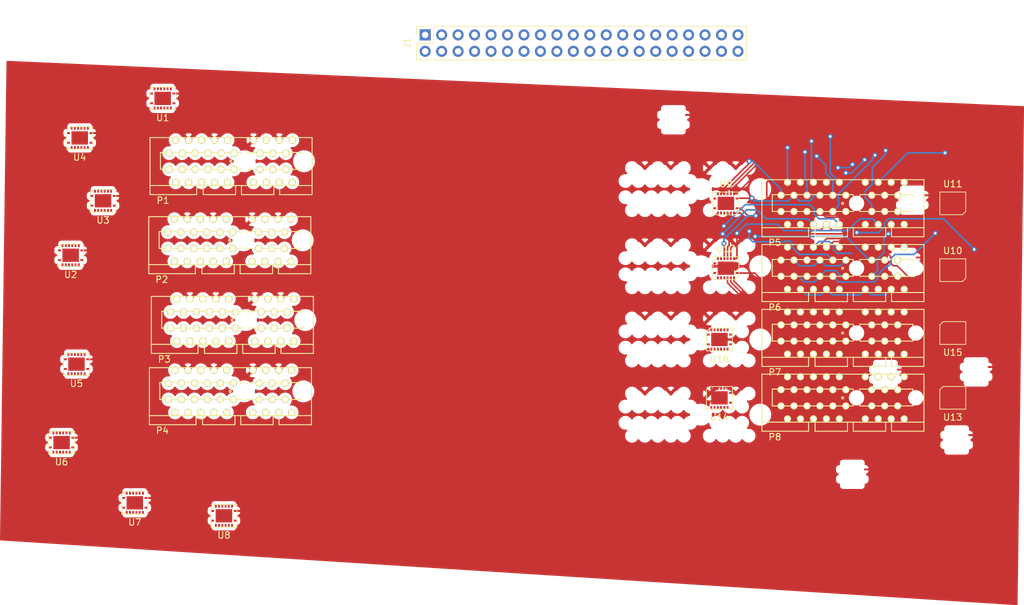
<source format=kicad_pcb>
(kicad_pcb (version 20171130) (host pcbnew "(5.1.5)-2")
  (layers (0 F.Cu signal) (31 B.Cu signal) (34 B.Paste user) (35 F.Paste user) (36 B.SilkS user) (37 F.SilkS user) (38 B.Mask user) (39 F.Mask user) (44 Edge.Cuts user))
  (net 0 "")
  (net 1 "Net-(J1-Pad1)")
  (net 2 "Net-(J1-Pad2)")
  (net 3 "Net-(J1-Pad3)")
  (net 4 "Net-(J1-Pad4)")
  (net 5 "Net-(J1-Pad5)")
  (net 6 "Net-(J1-Pad6)")
  (net 7 "Net-(J1-Pad7)")
  (net 8 "Net-(J1-Pad8)")
  (net 9 "Net-(J1-Pad9)")
  (net 10 "Net-(J1-Pad10)")
  (net 11 "Net-(J1-Pad11)")
  (net 12 "Net-(J1-Pad12)")
  (net 13 "Net-(J1-Pad13)")
  (net 14 "Net-(J1-Pad14)")
  (net 15 "Net-(J1-Pad15)")
  (net 16 "Net-(J1-Pad16)")
  (net 17 "Net-(J1-Pad17)")
  (net 18 "Net-(J1-Pad18)")
  (net 19 "Net-(J1-Pad19)")
  (net 20 "Net-(J1-Pad20)")
  (net 21 "Net-(J1-Pad21)")
  (net 22 "Net-(J1-Pad22)")
  (net 23 "Net-(J1-Pad23)")
  (net 24 "Net-(J1-Pad24)")
  (net 25 "Net-(J1-Pad25)")
  (net 26 "Net-(J1-Pad26)")
  (net 27 "Net-(J1-Pad27)")
  (net 28 "Net-(J1-Pad28)")
  (net 29 "Net-(J1-Pad29)")
  (net 30 "Net-(J1-Pad30)")
  (net 31 "Net-(J1-Pad31)")
  (net 32 "Net-(J1-Pad32)")
  (net 33 "Net-(J1-Pad33)")
  (net 34 "Net-(J1-Pad34)")
  (net 35 "Net-(J1-Pad35)")
  (net 36 "Net-(J1-Pad36)")
  (net 37 "Net-(J1-Pad37)")
  (net 38 "Net-(J1-Pad38)")
  (net 39 "Net-(J1-Pad39)")
  (net 40 "Net-(J1-Pad40)")
  (net 41 "Net-(P1-PadB18)")
  (net 42 "Net-(P1-PadB17)")
  (net 43 /AUX)
  (net 44 /RST)
  (net 45 "Net-(P1-PadB14)")
  (net 46 "Net-(P1-PadB13)")
  (net 47 "Net-(P1-PadA18)")
  (net 48 "Net-(P1-PadA17)")
  (net 49 /GND)
  (net 50 /VCC)
  (net 51 "Net-(P1-PadA14)")
  (net 52 "Net-(P1-PadA13)")
  (net 53 "Net-(P1-PadB10)")
  (net 54 "Net-(P1-PadB9)")
  (net 55 "Net-(P1-PadB6)")
  (net 56 "Net-(P1-PadB5)")
  (net 57 "Net-(P1-PadB2)")
  (net 58 "Net-(P1-PadB1)")
  (net 59 "Net-(P1-PadA10)")
  (net 60 "Net-(P1-PadA9)")
  (net 61 "Net-(P1-PadA6)")
  (net 62 "Net-(P1-PadA5)")
  (net 63 "Net-(P1-PadA2)")
  (net 64 "Net-(P1-PadA1)")
  (net 65 "Net-(P2-PadA1)")
  (net 66 "Net-(P2-PadA2)")
  (net 67 "Net-(P2-PadA5)")
  (net 68 "Net-(P2-PadA6)")
  (net 69 "Net-(P2-PadA9)")
  (net 70 "Net-(P2-PadA10)")
  (net 71 "Net-(P2-PadB1)")
  (net 72 "Net-(P2-PadB2)")
  (net 73 "Net-(P2-PadB5)")
  (net 74 "Net-(P2-PadB6)")
  (net 75 "Net-(P2-PadB9)")
  (net 76 "Net-(P2-PadB10)")
  (net 77 "Net-(P2-PadA13)")
  (net 78 "Net-(P2-PadA14)")
  (net 79 "Net-(P2-PadA17)")
  (net 80 "Net-(P2-PadA18)")
  (net 81 "Net-(P2-PadB13)")
  (net 82 "Net-(P2-PadB14)")
  (net 83 "Net-(P2-PadB17)")
  (net 84 "Net-(P2-PadB18)")
  (net 85 "Net-(P3-PadB18)")
  (net 86 "Net-(P3-PadB17)")
  (net 87 "Net-(P3-PadB14)")
  (net 88 "Net-(P3-PadB13)")
  (net 89 "Net-(P3-PadA18)")
  (net 90 "Net-(P3-PadA17)")
  (net 91 "Net-(P3-PadA14)")
  (net 92 "Net-(P3-PadA13)")
  (net 93 "Net-(P3-PadB10)")
  (net 94 "Net-(P3-PadB9)")
  (net 95 "Net-(P3-PadB6)")
  (net 96 "Net-(P3-PadB5)")
  (net 97 "Net-(P3-PadB2)")
  (net 98 "Net-(P3-PadB1)")
  (net 99 "Net-(P3-PadA10)")
  (net 100 "Net-(P3-PadA9)")
  (net 101 "Net-(P3-PadA6)")
  (net 102 "Net-(P3-PadA5)")
  (net 103 "Net-(P3-PadA2)")
  (net 104 "Net-(P3-PadA1)")
  (net 105 "Net-(P4-PadA1)")
  (net 106 "Net-(P4-PadA2)")
  (net 107 "Net-(P4-PadA5)")
  (net 108 "Net-(P4-PadA6)")
  (net 109 "Net-(P4-PadA9)")
  (net 110 "Net-(P4-PadA10)")
  (net 111 "Net-(P4-PadB1)")
  (net 112 "Net-(P4-PadB2)")
  (net 113 "Net-(P4-PadB5)")
  (net 114 "Net-(P4-PadB6)")
  (net 115 "Net-(P4-PadB9)")
  (net 116 "Net-(P4-PadB10)")
  (net 117 "Net-(P4-PadA13)")
  (net 118 "Net-(P4-PadA14)")
  (net 119 "Net-(P4-PadA17)")
  (net 120 "Net-(P4-PadA18)")
  (net 121 "Net-(P4-PadB13)")
  (net 122 "Net-(P4-PadB14)")
  (net 123 "Net-(P4-PadB17)")
  (net 124 "Net-(P4-PadB18)")
  (net 125 "Net-(P5-PadB18)")
  (net 126 "Net-(P5-PadB17)")
  (net 127 "Net-(P5-PadB14)")
  (net 128 "Net-(P5-PadB13)")
  (net 129 "Net-(P5-PadA18)")
  (net 130 "Net-(P5-PadA17)")
  (net 131 "Net-(P5-PadA14)")
  (net 132 "Net-(P5-PadA13)")
  (net 133 "Net-(P5-PadB10)")
  (net 134 "Net-(P5-PadB9)")
  (net 135 "Net-(P5-PadB6)")
  (net 136 "Net-(P5-PadB5)")
  (net 137 "Net-(P5-PadB2)")
  (net 138 "Net-(P5-PadB1)")
  (net 139 "Net-(P5-PadA10)")
  (net 140 "Net-(P5-PadA9)")
  (net 141 "Net-(P5-PadA6)")
  (net 142 "Net-(P5-PadA5)")
  (net 143 "Net-(P5-PadA2)")
  (net 144 "Net-(P5-PadA1)")
  (net 145 "Net-(P6-PadA1)")
  (net 146 "Net-(P6-PadA2)")
  (net 147 "Net-(P6-PadA5)")
  (net 148 "Net-(P6-PadA6)")
  (net 149 "Net-(P6-PadA9)")
  (net 150 "Net-(P6-PadA10)")
  (net 151 "Net-(P6-PadB1)")
  (net 152 "Net-(P6-PadB2)")
  (net 153 "Net-(P6-PadB5)")
  (net 154 "Net-(P6-PadB6)")
  (net 155 "Net-(P6-PadB9)")
  (net 156 "Net-(P6-PadB10)")
  (net 157 "Net-(P6-PadA13)")
  (net 158 "Net-(P6-PadA14)")
  (net 159 "Net-(P6-PadA17)")
  (net 160 "Net-(P6-PadA18)")
  (net 161 "Net-(P6-PadB13)")
  (net 162 "Net-(P6-PadB14)")
  (net 163 "Net-(P6-PadB17)")
  (net 164 "Net-(P6-PadB18)")
  (net 165 "Net-(P7-PadB18)")
  (net 166 "Net-(P7-PadB17)")
  (net 167 "Net-(P7-PadB14)")
  (net 168 "Net-(P7-PadB13)")
  (net 169 "Net-(P7-PadA18)")
  (net 170 "Net-(P7-PadA17)")
  (net 171 "Net-(P7-PadA14)")
  (net 172 "Net-(P7-PadA13)")
  (net 173 "Net-(P7-PadB10)")
  (net 174 "Net-(P7-PadB9)")
  (net 175 "Net-(P7-PadB6)")
  (net 176 "Net-(P7-PadB5)")
  (net 177 "Net-(P7-PadB2)")
  (net 178 "Net-(P7-PadB1)")
  (net 179 "Net-(P7-PadA10)")
  (net 180 "Net-(P7-PadA9)")
  (net 181 "Net-(P7-PadA6)")
  (net 182 "Net-(P7-PadA5)")
  (net 183 "Net-(P7-PadA2)")
  (net 184 "Net-(P7-PadA1)")
  (net 185 "Net-(P8-PadA1)")
  (net 186 "Net-(P8-PadA2)")
  (net 187 "Net-(P8-PadA5)")
  (net 188 "Net-(P8-PadA6)")
  (net 189 "Net-(P8-PadA9)")
  (net 190 "Net-(P8-PadA10)")
  (net 191 "Net-(P8-PadB1)")
  (net 192 "Net-(P8-PadB2)")
  (net 193 "Net-(P8-PadB5)")
  (net 194 "Net-(P8-PadB6)")
  (net 195 "Net-(P8-PadB9)")
  (net 196 "Net-(P8-PadB10)")
  (net 197 "Net-(P8-PadA13)")
  (net 198 "Net-(P8-PadA14)")
  (net 199 "Net-(P8-PadA17)")
  (net 200 "Net-(P8-PadA18)")
  (net 201 "Net-(P8-PadB13)")
  (net 202 "Net-(P8-PadB14)")
  (net 203 "Net-(P8-PadB17)")
  (net 204 "Net-(P8-PadB18)")
  (net 205 /S0)
  (net 206 /S1)
  (net 207 /S2)
  (net 208 /~OE0)
  (net 209 "Net-(U1-Pad6)")
  (net 210 /SWDIO)
  (net 211 /SWDCLK)
  (net 212 "Net-(U2-Pad6)")
  (net 213 "Net-(U3-Pad6)")
  (net 214 /SWO)
  (net 215 /EXT)
  (net 216 "Net-(U4-Pad6)")
  (net 217 "Net-(U5-Pad6)")
  (net 218 /~OE1)
  (net 219 "Net-(U6-Pad6)")
  (net 220 "Net-(U7-Pad6)")
  (net 221 "Net-(U8-Pad6)")
  (net 222 /~OE2)
  (net 223 "Net-(U9-Pad6)")
  (net 224 "Net-(U10-Pad6)")
  (net 225 "Net-(U11-Pad6)")
  (net 226 "Net-(U12-Pad6)")
  (net 227 /~OE3)
  (net 228 "Net-(U13-Pad6)")
  (net 229 "Net-(U14-Pad6)")
  (net 230 "Net-(U15-Pad6)")
  (net 231 "Net-(U16-Pad6)")
  (module Connector_PinSocket_2.54mm:PinSocket_2x20_P2.54mm_Vertical (layer F.Cu) (at 35.6 74 90)
    (fp_text reference J1 (at -1.27 -2.77 90) (layer F.SilkS))
    (fp_text value Raspberry_Pi_2_3)
    (pad 1 thru_hole rect (at 0 0 90) (size 1.7 1.7) (drill 1) (layers *.Cu *.Mask) (net 1 "Net-(J1-Pad1)"))
    (pad 2 thru_hole oval (at -2.54 0 90) (size 1.7 1.7) (drill 1) (layers *.Cu *.Mask) (net 2 "Net-(J1-Pad2)"))
    (pad 3 thru_hole oval (at 0 2.54 90) (size 1.7 1.7) (drill 1) (layers *.Cu *.Mask) (net 3 "Net-(J1-Pad3)"))
    (pad 4 thru_hole oval (at -2.54 2.54 90) (size 1.7 1.7) (drill 1) (layers *.Cu *.Mask) (net 4 "Net-(J1-Pad4)"))
    (pad 5 thru_hole oval (at 0 5.08 90) (size 1.7 1.7) (drill 1) (layers *.Cu *.Mask) (net 5 "Net-(J1-Pad5)"))
    (pad 6 thru_hole oval (at -2.54 5.08 90) (size 1.7 1.7) (drill 1) (layers *.Cu *.Mask) (net 6 "Net-(J1-Pad6)"))
    (pad 7 thru_hole oval (at 0 7.62 90) (size 1.7 1.7) (drill 1) (layers *.Cu *.Mask) (net 7 "Net-(J1-Pad7)"))
    (pad 8 thru_hole oval (at -2.54 7.62 90) (size 1.7 1.7) (drill 1) (layers *.Cu *.Mask) (net 8 "Net-(J1-Pad8)"))
    (pad 9 thru_hole oval (at 0 10.16 90) (size 1.7 1.7) (drill 1) (layers *.Cu *.Mask) (net 9 "Net-(J1-Pad9)"))
    (pad 10 thru_hole oval (at -2.54 10.16 90) (size 1.7 1.7) (drill 1) (layers *.Cu *.Mask) (net 10 "Net-(J1-Pad10)"))
    (pad 11 thru_hole oval (at 0 12.7 90) (size 1.7 1.7) (drill 1) (layers *.Cu *.Mask) (net 11 "Net-(J1-Pad11)"))
    (pad 12 thru_hole oval (at -2.54 12.7 90) (size 1.7 1.7) (drill 1) (layers *.Cu *.Mask) (net 12 "Net-(J1-Pad12)"))
    (pad 13 thru_hole oval (at 0 15.24 90) (size 1.7 1.7) (drill 1) (layers *.Cu *.Mask) (net 13 "Net-(J1-Pad13)"))
    (pad 14 thru_hole oval (at -2.54 15.24 90) (size 1.7 1.7) (drill 1) (layers *.Cu *.Mask) (net 14 "Net-(J1-Pad14)"))
    (pad 15 thru_hole oval (at 0 17.78 90) (size 1.7 1.7) (drill 1) (layers *.Cu *.Mask) (net 15 "Net-(J1-Pad15)"))
    (pad 16 thru_hole oval (at -2.54 17.78 90) (size 1.7 1.7) (drill 1) (layers *.Cu *.Mask) (net 16 "Net-(J1-Pad16)"))
    (pad 17 thru_hole oval (at 0 20.32 90) (size 1.7 1.7) (drill 1) (layers *.Cu *.Mask) (net 17 "Net-(J1-Pad17)"))
    (pad 18 thru_hole oval (at -2.54 20.32 90) (size 1.7 1.7) (drill 1) (layers *.Cu *.Mask) (net 18 "Net-(J1-Pad18)"))
    (pad 19 thru_hole oval (at 0 22.86 90) (size 1.7 1.7) (drill 1) (layers *.Cu *.Mask) (net 19 "Net-(J1-Pad19)"))
    (pad 20 thru_hole oval (at -2.54 22.86 90) (size 1.7 1.7) (drill 1) (layers *.Cu *.Mask) (net 20 "Net-(J1-Pad20)"))
    (pad 21 thru_hole oval (at 0 25.4 90) (size 1.7 1.7) (drill 1) (layers *.Cu *.Mask) (net 21 "Net-(J1-Pad21)"))
    (pad 22 thru_hole oval (at -2.54 25.4 90) (size 1.7 1.7) (drill 1) (layers *.Cu *.Mask) (net 22 "Net-(J1-Pad22)"))
    (pad 23 thru_hole oval (at 0 27.94 90) (size 1.7 1.7) (drill 1) (layers *.Cu *.Mask) (net 23 "Net-(J1-Pad23)"))
    (pad 24 thru_hole oval (at -2.54 27.94 90) (size 1.7 1.7) (drill 1) (layers *.Cu *.Mask) (net 24 "Net-(J1-Pad24)"))
    (pad 25 thru_hole oval (at 0 30.48 90) (size 1.7 1.7) (drill 1) (layers *.Cu *.Mask) (net 25 "Net-(J1-Pad25)"))
    (pad 26 thru_hole oval (at -2.54 30.48 90) (size 1.7 1.7) (drill 1) (layers *.Cu *.Mask) (net 26 "Net-(J1-Pad26)"))
    (pad 27 thru_hole oval (at 0 33.02 90) (size 1.7 1.7) (drill 1) (layers *.Cu *.Mask) (net 27 "Net-(J1-Pad27)"))
    (pad 28 thru_hole oval (at -2.54 33.02 90) (size 1.7 1.7) (drill 1) (layers *.Cu *.Mask) (net 28 "Net-(J1-Pad28)"))
    (pad 29 thru_hole oval (at 0 35.56 90) (size 1.7 1.7) (drill 1) (layers *.Cu *.Mask) (net 29 "Net-(J1-Pad29)"))
    (pad 30 thru_hole oval (at -2.54 35.56 90) (size 1.7 1.7) (drill 1) (layers *.Cu *.Mask) (net 30 "Net-(J1-Pad30)"))
    (pad 31 thru_hole oval (at 0 38.1 90) (size 1.7 1.7) (drill 1) (layers *.Cu *.Mask) (net 31 "Net-(J1-Pad31)"))
    (pad 32 thru_hole oval (at -2.54 38.1 90) (size 1.7 1.7) (drill 1) (layers *.Cu *.Mask) (net 32 "Net-(J1-Pad32)"))
    (pad 33 thru_hole oval (at 0 40.64 90) (size 1.7 1.7) (drill 1) (layers *.Cu *.Mask) (net 33 "Net-(J1-Pad33)"))
    (pad 34 thru_hole oval (at -2.54 40.64 90) (size 1.7 1.7) (drill 1) (layers *.Cu *.Mask) (net 34 "Net-(J1-Pad34)"))
    (pad 35 thru_hole oval (at 0 43.18 90) (size 1.7 1.7) (drill 1) (layers *.Cu *.Mask) (net 35 "Net-(J1-Pad35)"))
    (pad 36 thru_hole oval (at -2.54 43.18 90) (size 1.7 1.7) (drill 1) (layers *.Cu *.Mask) (net 36 "Net-(J1-Pad36)"))
    (pad 37 thru_hole oval (at 0 45.72 90) (size 1.7 1.7) (drill 1) (layers *.Cu *.Mask) (net 37 "Net-(J1-Pad37)"))
    (pad 38 thru_hole oval (at -2.54 45.72 90) (size 1.7 1.7) (drill 1) (layers *.Cu *.Mask) (net 38 "Net-(J1-Pad38)"))
    (pad 39 thru_hole oval (at 0 48.26 90) (size 1.7 1.7) (drill 1) (layers *.Cu *.Mask) (net 39 "Net-(J1-Pad39)"))
    (pad 40 thru_hole oval (at -2.54 48.26 90) (size 1.7 1.7) (drill 1) (layers *.Cu *.Mask) (net 40 "Net-(J1-Pad40)"))
  )
  (module probe-rs-hive:10018784-10200TLF (layer F.Cu) (at 5.6 93.5)
    (fp_text reference P1 (at -10.45 6.05) (layer F.SilkS))
    (fp_text value PCIEX1_02X18)
    (pad "" np_thru_hole circle (at 11.3 0) (size 2.35 2.35) (drill 2.35) (layers *.Cu *.Mask F.SilkS))
    (pad "" np_thru_hole circle (at 2.15 0) (size 2.35 2.35) (drill 2.35) (layers *.Cu *.Mask F.SilkS))
    (pad B18 thru_hole circle (at 9.5 3.25) (size 1.1 1.1) (drill 0.7) (layers *.Cu *.Mask F.SilkS) (net 41 "Net-(P1-PadB18)"))
    (pad B17 thru_hole circle (at 8.5 1.25) (size 1.1 1.1) (drill 0.7) (layers *.Cu *.Mask F.SilkS) (net 42 "Net-(P1-PadB17)"))
    (pad B16 thru_hole circle (at 7.5 3.25) (size 1.1 1.1) (drill 0.7) (layers *.Cu *.Mask F.SilkS) (net 43 /AUX))
    (pad B15 thru_hole circle (at 6.5 1.25) (size 1.1 1.1) (drill 0.7) (layers *.Cu *.Mask F.SilkS) (net 44 /RST))
    (pad B14 thru_hole circle (at 5.5 3.25) (size 1.1 1.1) (drill 0.7) (layers *.Cu *.Mask F.SilkS) (net 45 "Net-(P1-PadB14)"))
    (pad B13 thru_hole circle (at 4.5 1.25) (size 1.1 1.1) (drill 0.7) (layers *.Cu *.Mask F.SilkS) (net 46 "Net-(P1-PadB13)"))
    (pad B12 thru_hole circle (at 3.5 3.25) (size 1.1 1.1) (drill 0.7) (layers *.Cu *.Mask F.SilkS) (net 43 /AUX))
    (pad A18 thru_hole circle (at 9.5 -3.25) (size 1.1 1.1) (drill 0.7) (layers *.Cu *.Mask F.SilkS) (net 47 "Net-(P1-PadA18)"))
    (pad A17 thru_hole circle (at 8.5 -1.25) (size 1.1 1.1) (drill 0.7) (layers *.Cu *.Mask F.SilkS) (net 48 "Net-(P1-PadA17)"))
    (pad A16 thru_hole circle (at 7.5 -3.25) (size 1.1 1.1) (drill 0.7) (layers *.Cu *.Mask F.SilkS) (net 49 /GND))
    (pad A15 thru_hole circle (at 6.5 -1.25) (size 1.1 1.1) (drill 0.7) (layers *.Cu *.Mask F.SilkS) (net 50 /VCC))
    (pad A14 thru_hole circle (at 5.5 -3.25) (size 1.1 1.1) (drill 0.7) (layers *.Cu *.Mask F.SilkS) (net 51 "Net-(P1-PadA14)"))
    (pad A13 thru_hole circle (at 4.5 -1.25) (size 1.1 1.1) (drill 0.7) (layers *.Cu *.Mask F.SilkS) (net 52 "Net-(P1-PadA13)"))
    (pad A12 thru_hole circle (at 3.5 -3.25) (size 1.1 1.1) (drill 0.7) (layers *.Cu *.Mask F.SilkS) (net 49 /GND))
    (pad A11 thru_hole circle (at 0.5 -1.25) (size 1.1 1.1) (drill 0.7) (layers *.Cu *.Mask F.SilkS) (net 50 /VCC))
    (pad B11 thru_hole circle (at 0.5 1.25) (size 1.1 1.1) (drill 0.7) (layers *.Cu *.Mask F.SilkS) (net 44 /RST))
    (pad B10 thru_hole circle (at -0.5 3.25) (size 1.1 1.1) (drill 0.7) (layers *.Cu *.Mask F.SilkS) (net 53 "Net-(P1-PadB10)"))
    (pad B9 thru_hole circle (at -1.5 1.25) (size 1.1 1.1) (drill 0.7) (layers *.Cu *.Mask F.SilkS) (net 54 "Net-(P1-PadB9)"))
    (pad B8 thru_hole circle (at -2.5 3.25) (size 1.1 1.1) (drill 0.7) (layers *.Cu *.Mask F.SilkS) (net 43 /AUX))
    (pad B7 thru_hole circle (at -3.5 1.25) (size 1.1 1.1) (drill 0.7) (layers *.Cu *.Mask F.SilkS) (net 44 /RST))
    (pad B6 thru_hole circle (at -4.5 3.25) (size 1.1 1.1) (drill 0.7) (layers *.Cu *.Mask F.SilkS) (net 55 "Net-(P1-PadB6)"))
    (pad B5 thru_hole circle (at -5.5 1.25) (size 1.1 1.1) (drill 0.7) (layers *.Cu *.Mask F.SilkS) (net 56 "Net-(P1-PadB5)"))
    (pad B4 thru_hole circle (at -6.5 3.25) (size 1.1 1.1) (drill 0.7) (layers *.Cu *.Mask F.SilkS) (net 43 /AUX))
    (pad B3 thru_hole circle (at -7.5 1.25) (size 1.1 1.1) (drill 0.7) (layers *.Cu *.Mask F.SilkS) (net 44 /RST))
    (pad B2 thru_hole circle (at -8.5 3.25) (size 1.1 1.1) (drill 0.7) (layers *.Cu *.Mask F.SilkS) (net 57 "Net-(P1-PadB2)"))
    (pad B1 thru_hole circle (at -9.5 1.25) (size 1.1 1.1) (drill 0.7) (layers *.Cu *.Mask F.SilkS) (net 58 "Net-(P1-PadB1)"))
    (pad A10 thru_hole circle (at -0.5 -3.25) (size 1.1 1.1) (drill 0.7) (layers *.Cu *.Mask F.SilkS) (net 59 "Net-(P1-PadA10)"))
    (pad A9 thru_hole circle (at -1.5 -1.25) (size 1.1 1.1) (drill 0.7) (layers *.Cu *.Mask F.SilkS) (net 60 "Net-(P1-PadA9)"))
    (pad A8 thru_hole circle (at -2.5 -3.25) (size 1.1 1.1) (drill 0.7) (layers *.Cu *.Mask F.SilkS) (net 49 /GND))
    (pad A7 thru_hole circle (at -3.5 -1.25) (size 1.1 1.1) (drill 0.7) (layers *.Cu *.Mask F.SilkS) (net 50 /VCC))
    (pad A6 thru_hole circle (at -4.5 -3.25) (size 1.1 1.1) (drill 0.7) (layers *.Cu *.Mask F.SilkS) (net 61 "Net-(P1-PadA6)"))
    (pad A5 thru_hole circle (at -5.5 -1.25) (size 1.1 1.1) (drill 0.7) (layers *.Cu *.Mask F.SilkS) (net 62 "Net-(P1-PadA5)"))
    (pad A4 thru_hole circle (at -6.5 -3.25) (size 1.1 1.1) (drill 0.7) (layers *.Cu *.Mask F.SilkS) (net 49 /GND))
    (pad A3 thru_hole circle (at -7.5 -1.25) (size 1.1 1.1) (drill 0.7) (layers *.Cu *.Mask F.SilkS) (net 50 /VCC))
    (pad A2 thru_hole circle (at -8.5 -3.25) (size 1.1 1.1) (drill 0.7) (layers *.Cu *.Mask F.SilkS) (net 63 "Net-(P1-PadA2)"))
    (pad A1 thru_hole circle (at -9.5 -1.25) (size 1.1 1.1) (drill 0.7) (layers *.Cu *.Mask F.SilkS) (net 64 "Net-(P1-PadA1)"))
  )
  (module probe-rs-hive:10018784-10200TLF (layer F.Cu) (at 5.4 105.7)
    (fp_text reference P2 (at -10.45 6.05) (layer F.SilkS))
    (fp_text value PCIEX1_02X18)
    (pad A1 thru_hole circle (at -9.5 -1.25) (size 1.1 1.1) (drill 0.7) (layers *.Cu *.Mask F.SilkS) (net 65 "Net-(P2-PadA1)"))
    (pad A2 thru_hole circle (at -8.5 -3.25) (size 1.1 1.1) (drill 0.7) (layers *.Cu *.Mask F.SilkS) (net 66 "Net-(P2-PadA2)"))
    (pad A3 thru_hole circle (at -7.5 -1.25) (size 1.1 1.1) (drill 0.7) (layers *.Cu *.Mask F.SilkS) (net 50 /VCC))
    (pad A4 thru_hole circle (at -6.5 -3.25) (size 1.1 1.1) (drill 0.7) (layers *.Cu *.Mask F.SilkS) (net 49 /GND))
    (pad A5 thru_hole circle (at -5.5 -1.25) (size 1.1 1.1) (drill 0.7) (layers *.Cu *.Mask F.SilkS) (net 67 "Net-(P2-PadA5)"))
    (pad A6 thru_hole circle (at -4.5 -3.25) (size 1.1 1.1) (drill 0.7) (layers *.Cu *.Mask F.SilkS) (net 68 "Net-(P2-PadA6)"))
    (pad A7 thru_hole circle (at -3.5 -1.25) (size 1.1 1.1) (drill 0.7) (layers *.Cu *.Mask F.SilkS) (net 50 /VCC))
    (pad A8 thru_hole circle (at -2.5 -3.25) (size 1.1 1.1) (drill 0.7) (layers *.Cu *.Mask F.SilkS) (net 49 /GND))
    (pad A9 thru_hole circle (at -1.5 -1.25) (size 1.1 1.1) (drill 0.7) (layers *.Cu *.Mask F.SilkS) (net 69 "Net-(P2-PadA9)"))
    (pad A10 thru_hole circle (at -0.5 -3.25) (size 1.1 1.1) (drill 0.7) (layers *.Cu *.Mask F.SilkS) (net 70 "Net-(P2-PadA10)"))
    (pad B1 thru_hole circle (at -9.5 1.25) (size 1.1 1.1) (drill 0.7) (layers *.Cu *.Mask F.SilkS) (net 71 "Net-(P2-PadB1)"))
    (pad B2 thru_hole circle (at -8.5 3.25) (size 1.1 1.1) (drill 0.7) (layers *.Cu *.Mask F.SilkS) (net 72 "Net-(P2-PadB2)"))
    (pad B3 thru_hole circle (at -7.5 1.25) (size 1.1 1.1) (drill 0.7) (layers *.Cu *.Mask F.SilkS) (net 44 /RST))
    (pad B4 thru_hole circle (at -6.5 3.25) (size 1.1 1.1) (drill 0.7) (layers *.Cu *.Mask F.SilkS) (net 43 /AUX))
    (pad B5 thru_hole circle (at -5.5 1.25) (size 1.1 1.1) (drill 0.7) (layers *.Cu *.Mask F.SilkS) (net 73 "Net-(P2-PadB5)"))
    (pad B6 thru_hole circle (at -4.5 3.25) (size 1.1 1.1) (drill 0.7) (layers *.Cu *.Mask F.SilkS) (net 74 "Net-(P2-PadB6)"))
    (pad B7 thru_hole circle (at -3.5 1.25) (size 1.1 1.1) (drill 0.7) (layers *.Cu *.Mask F.SilkS) (net 44 /RST))
    (pad B8 thru_hole circle (at -2.5 3.25) (size 1.1 1.1) (drill 0.7) (layers *.Cu *.Mask F.SilkS) (net 43 /AUX))
    (pad B9 thru_hole circle (at -1.5 1.25) (size 1.1 1.1) (drill 0.7) (layers *.Cu *.Mask F.SilkS) (net 75 "Net-(P2-PadB9)"))
    (pad B10 thru_hole circle (at -0.5 3.25) (size 1.1 1.1) (drill 0.7) (layers *.Cu *.Mask F.SilkS) (net 76 "Net-(P2-PadB10)"))
    (pad B11 thru_hole circle (at 0.5 1.25) (size 1.1 1.1) (drill 0.7) (layers *.Cu *.Mask F.SilkS) (net 44 /RST))
    (pad A11 thru_hole circle (at 0.5 -1.25) (size 1.1 1.1) (drill 0.7) (layers *.Cu *.Mask F.SilkS) (net 50 /VCC))
    (pad A12 thru_hole circle (at 3.5 -3.25) (size 1.1 1.1) (drill 0.7) (layers *.Cu *.Mask F.SilkS) (net 49 /GND))
    (pad A13 thru_hole circle (at 4.5 -1.25) (size 1.1 1.1) (drill 0.7) (layers *.Cu *.Mask F.SilkS) (net 77 "Net-(P2-PadA13)"))
    (pad A14 thru_hole circle (at 5.5 -3.25) (size 1.1 1.1) (drill 0.7) (layers *.Cu *.Mask F.SilkS) (net 78 "Net-(P2-PadA14)"))
    (pad A15 thru_hole circle (at 6.5 -1.25) (size 1.1 1.1) (drill 0.7) (layers *.Cu *.Mask F.SilkS) (net 50 /VCC))
    (pad A16 thru_hole circle (at 7.5 -3.25) (size 1.1 1.1) (drill 0.7) (layers *.Cu *.Mask F.SilkS) (net 49 /GND))
    (pad A17 thru_hole circle (at 8.5 -1.25) (size 1.1 1.1) (drill 0.7) (layers *.Cu *.Mask F.SilkS) (net 79 "Net-(P2-PadA17)"))
    (pad A18 thru_hole circle (at 9.5 -3.25) (size 1.1 1.1) (drill 0.7) (layers *.Cu *.Mask F.SilkS) (net 80 "Net-(P2-PadA18)"))
    (pad B12 thru_hole circle (at 3.5 3.25) (size 1.1 1.1) (drill 0.7) (layers *.Cu *.Mask F.SilkS) (net 43 /AUX))
    (pad B13 thru_hole circle (at 4.5 1.25) (size 1.1 1.1) (drill 0.7) (layers *.Cu *.Mask F.SilkS) (net 81 "Net-(P2-PadB13)"))
    (pad B14 thru_hole circle (at 5.5 3.25) (size 1.1 1.1) (drill 0.7) (layers *.Cu *.Mask F.SilkS) (net 82 "Net-(P2-PadB14)"))
    (pad B15 thru_hole circle (at 6.5 1.25) (size 1.1 1.1) (drill 0.7) (layers *.Cu *.Mask F.SilkS) (net 44 /RST))
    (pad B16 thru_hole circle (at 7.5 3.25) (size 1.1 1.1) (drill 0.7) (layers *.Cu *.Mask F.SilkS) (net 43 /AUX))
    (pad B17 thru_hole circle (at 8.5 1.25) (size 1.1 1.1) (drill 0.7) (layers *.Cu *.Mask F.SilkS) (net 83 "Net-(P2-PadB17)"))
    (pad B18 thru_hole circle (at 9.5 3.25) (size 1.1 1.1) (drill 0.7) (layers *.Cu *.Mask F.SilkS) (net 84 "Net-(P2-PadB18)"))
    (pad "" np_thru_hole circle (at 2.15 0) (size 2.35 2.35) (drill 2.35) (layers *.Cu *.Mask F.SilkS))
    (pad "" np_thru_hole circle (at 11.3 0) (size 2.35 2.35) (drill 2.35) (layers *.Cu *.Mask F.SilkS))
  )
  (module probe-rs-hive:10018784-10200TLF (layer F.Cu) (at 5.8 118)
    (fp_text reference P3 (at -10.45 6.05) (layer F.SilkS))
    (fp_text value PCIEX1_02X18)
    (pad "" np_thru_hole circle (at 11.3 0) (size 2.35 2.35) (drill 2.35) (layers *.Cu *.Mask F.SilkS))
    (pad "" np_thru_hole circle (at 2.15 0) (size 2.35 2.35) (drill 2.35) (layers *.Cu *.Mask F.SilkS))
    (pad B18 thru_hole circle (at 9.5 3.25) (size 1.1 1.1) (drill 0.7) (layers *.Cu *.Mask F.SilkS) (net 85 "Net-(P3-PadB18)"))
    (pad B17 thru_hole circle (at 8.5 1.25) (size 1.1 1.1) (drill 0.7) (layers *.Cu *.Mask F.SilkS) (net 86 "Net-(P3-PadB17)"))
    (pad B16 thru_hole circle (at 7.5 3.25) (size 1.1 1.1) (drill 0.7) (layers *.Cu *.Mask F.SilkS) (net 43 /AUX))
    (pad B15 thru_hole circle (at 6.5 1.25) (size 1.1 1.1) (drill 0.7) (layers *.Cu *.Mask F.SilkS) (net 44 /RST))
    (pad B14 thru_hole circle (at 5.5 3.25) (size 1.1 1.1) (drill 0.7) (layers *.Cu *.Mask F.SilkS) (net 87 "Net-(P3-PadB14)"))
    (pad B13 thru_hole circle (at 4.5 1.25) (size 1.1 1.1) (drill 0.7) (layers *.Cu *.Mask F.SilkS) (net 88 "Net-(P3-PadB13)"))
    (pad B12 thru_hole circle (at 3.5 3.25) (size 1.1 1.1) (drill 0.7) (layers *.Cu *.Mask F.SilkS) (net 43 /AUX))
    (pad A18 thru_hole circle (at 9.5 -3.25) (size 1.1 1.1) (drill 0.7) (layers *.Cu *.Mask F.SilkS) (net 89 "Net-(P3-PadA18)"))
    (pad A17 thru_hole circle (at 8.5 -1.25) (size 1.1 1.1) (drill 0.7) (layers *.Cu *.Mask F.SilkS) (net 90 "Net-(P3-PadA17)"))
    (pad A16 thru_hole circle (at 7.5 -3.25) (size 1.1 1.1) (drill 0.7) (layers *.Cu *.Mask F.SilkS) (net 49 /GND))
    (pad A15 thru_hole circle (at 6.5 -1.25) (size 1.1 1.1) (drill 0.7) (layers *.Cu *.Mask F.SilkS) (net 50 /VCC))
    (pad A14 thru_hole circle (at 5.5 -3.25) (size 1.1 1.1) (drill 0.7) (layers *.Cu *.Mask F.SilkS) (net 91 "Net-(P3-PadA14)"))
    (pad A13 thru_hole circle (at 4.5 -1.25) (size 1.1 1.1) (drill 0.7) (layers *.Cu *.Mask F.SilkS) (net 92 "Net-(P3-PadA13)"))
    (pad A12 thru_hole circle (at 3.5 -3.25) (size 1.1 1.1) (drill 0.7) (layers *.Cu *.Mask F.SilkS) (net 49 /GND))
    (pad A11 thru_hole circle (at 0.5 -1.25) (size 1.1 1.1) (drill 0.7) (layers *.Cu *.Mask F.SilkS) (net 50 /VCC))
    (pad B11 thru_hole circle (at 0.5 1.25) (size 1.1 1.1) (drill 0.7) (layers *.Cu *.Mask F.SilkS) (net 44 /RST))
    (pad B10 thru_hole circle (at -0.5 3.25) (size 1.1 1.1) (drill 0.7) (layers *.Cu *.Mask F.SilkS) (net 93 "Net-(P3-PadB10)"))
    (pad B9 thru_hole circle (at -1.5 1.25) (size 1.1 1.1) (drill 0.7) (layers *.Cu *.Mask F.SilkS) (net 94 "Net-(P3-PadB9)"))
    (pad B8 thru_hole circle (at -2.5 3.25) (size 1.1 1.1) (drill 0.7) (layers *.Cu *.Mask F.SilkS) (net 43 /AUX))
    (pad B7 thru_hole circle (at -3.5 1.25) (size 1.1 1.1) (drill 0.7) (layers *.Cu *.Mask F.SilkS) (net 44 /RST))
    (pad B6 thru_hole circle (at -4.5 3.25) (size 1.1 1.1) (drill 0.7) (layers *.Cu *.Mask F.SilkS) (net 95 "Net-(P3-PadB6)"))
    (pad B5 thru_hole circle (at -5.5 1.25) (size 1.1 1.1) (drill 0.7) (layers *.Cu *.Mask F.SilkS) (net 96 "Net-(P3-PadB5)"))
    (pad B4 thru_hole circle (at -6.5 3.25) (size 1.1 1.1) (drill 0.7) (layers *.Cu *.Mask F.SilkS) (net 43 /AUX))
    (pad B3 thru_hole circle (at -7.5 1.25) (size 1.1 1.1) (drill 0.7) (layers *.Cu *.Mask F.SilkS) (net 44 /RST))
    (pad B2 thru_hole circle (at -8.5 3.25) (size 1.1 1.1) (drill 0.7) (layers *.Cu *.Mask F.SilkS) (net 97 "Net-(P3-PadB2)"))
    (pad B1 thru_hole circle (at -9.5 1.25) (size 1.1 1.1) (drill 0.7) (layers *.Cu *.Mask F.SilkS) (net 98 "Net-(P3-PadB1)"))
    (pad A10 thru_hole circle (at -0.5 -3.25) (size 1.1 1.1) (drill 0.7) (layers *.Cu *.Mask F.SilkS) (net 99 "Net-(P3-PadA10)"))
    (pad A9 thru_hole circle (at -1.5 -1.25) (size 1.1 1.1) (drill 0.7) (layers *.Cu *.Mask F.SilkS) (net 100 "Net-(P3-PadA9)"))
    (pad A8 thru_hole circle (at -2.5 -3.25) (size 1.1 1.1) (drill 0.7) (layers *.Cu *.Mask F.SilkS) (net 49 /GND))
    (pad A7 thru_hole circle (at -3.5 -1.25) (size 1.1 1.1) (drill 0.7) (layers *.Cu *.Mask F.SilkS) (net 50 /VCC))
    (pad A6 thru_hole circle (at -4.5 -3.25) (size 1.1 1.1) (drill 0.7) (layers *.Cu *.Mask F.SilkS) (net 101 "Net-(P3-PadA6)"))
    (pad A5 thru_hole circle (at -5.5 -1.25) (size 1.1 1.1) (drill 0.7) (layers *.Cu *.Mask F.SilkS) (net 102 "Net-(P3-PadA5)"))
    (pad A4 thru_hole circle (at -6.5 -3.25) (size 1.1 1.1) (drill 0.7) (layers *.Cu *.Mask F.SilkS) (net 49 /GND))
    (pad A3 thru_hole circle (at -7.5 -1.25) (size 1.1 1.1) (drill 0.7) (layers *.Cu *.Mask F.SilkS) (net 50 /VCC))
    (pad A2 thru_hole circle (at -8.5 -3.25) (size 1.1 1.1) (drill 0.7) (layers *.Cu *.Mask F.SilkS) (net 103 "Net-(P3-PadA2)"))
    (pad A1 thru_hole circle (at -9.5 -1.25) (size 1.1 1.1) (drill 0.7) (layers *.Cu *.Mask F.SilkS) (net 104 "Net-(P3-PadA1)"))
  )
  (module probe-rs-hive:10018784-10200TLF (layer F.Cu) (at 5.5 129)
    (fp_text reference P4 (at -10.45 6.05) (layer F.SilkS))
    (fp_text value PCIEX1_02X18)
    (pad A1 thru_hole circle (at -9.5 -1.25) (size 1.1 1.1) (drill 0.7) (layers *.Cu *.Mask F.SilkS) (net 105 "Net-(P4-PadA1)"))
    (pad A2 thru_hole circle (at -8.5 -3.25) (size 1.1 1.1) (drill 0.7) (layers *.Cu *.Mask F.SilkS) (net 106 "Net-(P4-PadA2)"))
    (pad A3 thru_hole circle (at -7.5 -1.25) (size 1.1 1.1) (drill 0.7) (layers *.Cu *.Mask F.SilkS) (net 50 /VCC))
    (pad A4 thru_hole circle (at -6.5 -3.25) (size 1.1 1.1) (drill 0.7) (layers *.Cu *.Mask F.SilkS) (net 49 /GND))
    (pad A5 thru_hole circle (at -5.5 -1.25) (size 1.1 1.1) (drill 0.7) (layers *.Cu *.Mask F.SilkS) (net 107 "Net-(P4-PadA5)"))
    (pad A6 thru_hole circle (at -4.5 -3.25) (size 1.1 1.1) (drill 0.7) (layers *.Cu *.Mask F.SilkS) (net 108 "Net-(P4-PadA6)"))
    (pad A7 thru_hole circle (at -3.5 -1.25) (size 1.1 1.1) (drill 0.7) (layers *.Cu *.Mask F.SilkS) (net 50 /VCC))
    (pad A8 thru_hole circle (at -2.5 -3.25) (size 1.1 1.1) (drill 0.7) (layers *.Cu *.Mask F.SilkS) (net 49 /GND))
    (pad A9 thru_hole circle (at -1.5 -1.25) (size 1.1 1.1) (drill 0.7) (layers *.Cu *.Mask F.SilkS) (net 109 "Net-(P4-PadA9)"))
    (pad A10 thru_hole circle (at -0.5 -3.25) (size 1.1 1.1) (drill 0.7) (layers *.Cu *.Mask F.SilkS) (net 110 "Net-(P4-PadA10)"))
    (pad B1 thru_hole circle (at -9.5 1.25) (size 1.1 1.1) (drill 0.7) (layers *.Cu *.Mask F.SilkS) (net 111 "Net-(P4-PadB1)"))
    (pad B2 thru_hole circle (at -8.5 3.25) (size 1.1 1.1) (drill 0.7) (layers *.Cu *.Mask F.SilkS) (net 112 "Net-(P4-PadB2)"))
    (pad B3 thru_hole circle (at -7.5 1.25) (size 1.1 1.1) (drill 0.7) (layers *.Cu *.Mask F.SilkS) (net 44 /RST))
    (pad B4 thru_hole circle (at -6.5 3.25) (size 1.1 1.1) (drill 0.7) (layers *.Cu *.Mask F.SilkS) (net 43 /AUX))
    (pad B5 thru_hole circle (at -5.5 1.25) (size 1.1 1.1) (drill 0.7) (layers *.Cu *.Mask F.SilkS) (net 113 "Net-(P4-PadB5)"))
    (pad B6 thru_hole circle (at -4.5 3.25) (size 1.1 1.1) (drill 0.7) (layers *.Cu *.Mask F.SilkS) (net 114 "Net-(P4-PadB6)"))
    (pad B7 thru_hole circle (at -3.5 1.25) (size 1.1 1.1) (drill 0.7) (layers *.Cu *.Mask F.SilkS) (net 44 /RST))
    (pad B8 thru_hole circle (at -2.5 3.25) (size 1.1 1.1) (drill 0.7) (layers *.Cu *.Mask F.SilkS) (net 43 /AUX))
    (pad B9 thru_hole circle (at -1.5 1.25) (size 1.1 1.1) (drill 0.7) (layers *.Cu *.Mask F.SilkS) (net 115 "Net-(P4-PadB9)"))
    (pad B10 thru_hole circle (at -0.5 3.25) (size 1.1 1.1) (drill 0.7) (layers *.Cu *.Mask F.SilkS) (net 116 "Net-(P4-PadB10)"))
    (pad B11 thru_hole circle (at 0.5 1.25) (size 1.1 1.1) (drill 0.7) (layers *.Cu *.Mask F.SilkS) (net 44 /RST))
    (pad A11 thru_hole circle (at 0.5 -1.25) (size 1.1 1.1) (drill 0.7) (layers *.Cu *.Mask F.SilkS) (net 50 /VCC))
    (pad A12 thru_hole circle (at 3.5 -3.25) (size 1.1 1.1) (drill 0.7) (layers *.Cu *.Mask F.SilkS) (net 49 /GND))
    (pad A13 thru_hole circle (at 4.5 -1.25) (size 1.1 1.1) (drill 0.7) (layers *.Cu *.Mask F.SilkS) (net 117 "Net-(P4-PadA13)"))
    (pad A14 thru_hole circle (at 5.5 -3.25) (size 1.1 1.1) (drill 0.7) (layers *.Cu *.Mask F.SilkS) (net 118 "Net-(P4-PadA14)"))
    (pad A15 thru_hole circle (at 6.5 -1.25) (size 1.1 1.1) (drill 0.7) (layers *.Cu *.Mask F.SilkS) (net 50 /VCC))
    (pad A16 thru_hole circle (at 7.5 -3.25) (size 1.1 1.1) (drill 0.7) (layers *.Cu *.Mask F.SilkS) (net 49 /GND))
    (pad A17 thru_hole circle (at 8.5 -1.25) (size 1.1 1.1) (drill 0.7) (layers *.Cu *.Mask F.SilkS) (net 119 "Net-(P4-PadA17)"))
    (pad A18 thru_hole circle (at 9.5 -3.25) (size 1.1 1.1) (drill 0.7) (layers *.Cu *.Mask F.SilkS) (net 120 "Net-(P4-PadA18)"))
    (pad B12 thru_hole circle (at 3.5 3.25) (size 1.1 1.1) (drill 0.7) (layers *.Cu *.Mask F.SilkS) (net 43 /AUX))
    (pad B13 thru_hole circle (at 4.5 1.25) (size 1.1 1.1) (drill 0.7) (layers *.Cu *.Mask F.SilkS) (net 121 "Net-(P4-PadB13)"))
    (pad B14 thru_hole circle (at 5.5 3.25) (size 1.1 1.1) (drill 0.7) (layers *.Cu *.Mask F.SilkS) (net 122 "Net-(P4-PadB14)"))
    (pad B15 thru_hole circle (at 6.5 1.25) (size 1.1 1.1) (drill 0.7) (layers *.Cu *.Mask F.SilkS) (net 44 /RST))
    (pad B16 thru_hole circle (at 7.5 3.25) (size 1.1 1.1) (drill 0.7) (layers *.Cu *.Mask F.SilkS) (net 43 /AUX))
    (pad B17 thru_hole circle (at 8.5 1.25) (size 1.1 1.1) (drill 0.7) (layers *.Cu *.Mask F.SilkS) (net 123 "Net-(P4-PadB17)"))
    (pad B18 thru_hole circle (at 9.5 3.25) (size 1.1 1.1) (drill 0.7) (layers *.Cu *.Mask F.SilkS) (net 124 "Net-(P4-PadB18)"))
    (pad "" np_thru_hole circle (at 2.15 0) (size 2.35 2.35) (drill 2.35) (layers *.Cu *.Mask F.SilkS))
    (pad "" np_thru_hole circle (at 11.3 0) (size 2.35 2.35) (drill 2.35) (layers *.Cu *.Mask F.SilkS))
  )
  (module probe-rs-hive:10018784-10200TLF (layer F.Cu) (at 100 100)
    (fp_text reference P5 (at -10.45 6.05) (layer F.SilkS))
    (fp_text value PCIEX1_02X18)
    (pad "" np_thru_hole circle (at 11.3 0) (size 2.35 2.35) (drill 2.35) (layers *.Cu *.Mask F.SilkS))
    (pad "" np_thru_hole circle (at 2.15 0) (size 2.35 2.35) (drill 2.35) (layers *.Cu *.Mask F.SilkS))
    (pad B18 thru_hole circle (at 9.5 3.25) (size 1.1 1.1) (drill 0.7) (layers *.Cu *.Mask F.SilkS) (net 125 "Net-(P5-PadB18)"))
    (pad B17 thru_hole circle (at 8.5 1.25) (size 1.1 1.1) (drill 0.7) (layers *.Cu *.Mask F.SilkS) (net 126 "Net-(P5-PadB17)"))
    (pad B16 thru_hole circle (at 7.5 3.25) (size 1.1 1.1) (drill 0.7) (layers *.Cu *.Mask F.SilkS) (net 43 /AUX))
    (pad B15 thru_hole circle (at 6.5 1.25) (size 1.1 1.1) (drill 0.7) (layers *.Cu *.Mask F.SilkS) (net 44 /RST))
    (pad B14 thru_hole circle (at 5.5 3.25) (size 1.1 1.1) (drill 0.7) (layers *.Cu *.Mask F.SilkS) (net 127 "Net-(P5-PadB14)"))
    (pad B13 thru_hole circle (at 4.5 1.25) (size 1.1 1.1) (drill 0.7) (layers *.Cu *.Mask F.SilkS) (net 128 "Net-(P5-PadB13)"))
    (pad B12 thru_hole circle (at 3.5 3.25) (size 1.1 1.1) (drill 0.7) (layers *.Cu *.Mask F.SilkS) (net 43 /AUX))
    (pad A18 thru_hole circle (at 9.5 -3.25) (size 1.1 1.1) (drill 0.7) (layers *.Cu *.Mask F.SilkS) (net 129 "Net-(P5-PadA18)"))
    (pad A17 thru_hole circle (at 8.5 -1.25) (size 1.1 1.1) (drill 0.7) (layers *.Cu *.Mask F.SilkS) (net 130 "Net-(P5-PadA17)"))
    (pad A16 thru_hole circle (at 7.5 -3.25) (size 1.1 1.1) (drill 0.7) (layers *.Cu *.Mask F.SilkS) (net 49 /GND))
    (pad A15 thru_hole circle (at 6.5 -1.25) (size 1.1 1.1) (drill 0.7) (layers *.Cu *.Mask F.SilkS) (net 50 /VCC))
    (pad A14 thru_hole circle (at 5.5 -3.25) (size 1.1 1.1) (drill 0.7) (layers *.Cu *.Mask F.SilkS) (net 131 "Net-(P5-PadA14)"))
    (pad A13 thru_hole circle (at 4.5 -1.25) (size 1.1 1.1) (drill 0.7) (layers *.Cu *.Mask F.SilkS) (net 132 "Net-(P5-PadA13)"))
    (pad A12 thru_hole circle (at 3.5 -3.25) (size 1.1 1.1) (drill 0.7) (layers *.Cu *.Mask F.SilkS) (net 49 /GND))
    (pad A11 thru_hole circle (at 0.5 -1.25) (size 1.1 1.1) (drill 0.7) (layers *.Cu *.Mask F.SilkS) (net 50 /VCC))
    (pad B11 thru_hole circle (at 0.5 1.25) (size 1.1 1.1) (drill 0.7) (layers *.Cu *.Mask F.SilkS) (net 44 /RST))
    (pad B10 thru_hole circle (at -0.5 3.25) (size 1.1 1.1) (drill 0.7) (layers *.Cu *.Mask F.SilkS) (net 133 "Net-(P5-PadB10)"))
    (pad B9 thru_hole circle (at -1.5 1.25) (size 1.1 1.1) (drill 0.7) (layers *.Cu *.Mask F.SilkS) (net 134 "Net-(P5-PadB9)"))
    (pad B8 thru_hole circle (at -2.5 3.25) (size 1.1 1.1) (drill 0.7) (layers *.Cu *.Mask F.SilkS) (net 43 /AUX))
    (pad B7 thru_hole circle (at -3.5 1.25) (size 1.1 1.1) (drill 0.7) (layers *.Cu *.Mask F.SilkS) (net 44 /RST))
    (pad B6 thru_hole circle (at -4.5 3.25) (size 1.1 1.1) (drill 0.7) (layers *.Cu *.Mask F.SilkS) (net 135 "Net-(P5-PadB6)"))
    (pad B5 thru_hole circle (at -5.5 1.25) (size 1.1 1.1) (drill 0.7) (layers *.Cu *.Mask F.SilkS) (net 136 "Net-(P5-PadB5)"))
    (pad B4 thru_hole circle (at -6.5 3.25) (size 1.1 1.1) (drill 0.7) (layers *.Cu *.Mask F.SilkS) (net 43 /AUX))
    (pad B3 thru_hole circle (at -7.5 1.25) (size 1.1 1.1) (drill 0.7) (layers *.Cu *.Mask F.SilkS) (net 44 /RST))
    (pad B2 thru_hole circle (at -8.5 3.25) (size 1.1 1.1) (drill 0.7) (layers *.Cu *.Mask F.SilkS) (net 137 "Net-(P5-PadB2)"))
    (pad B1 thru_hole circle (at -9.5 1.25) (size 1.1 1.1) (drill 0.7) (layers *.Cu *.Mask F.SilkS) (net 138 "Net-(P5-PadB1)"))
    (pad A10 thru_hole circle (at -0.5 -3.25) (size 1.1 1.1) (drill 0.7) (layers *.Cu *.Mask F.SilkS) (net 139 "Net-(P5-PadA10)"))
    (pad A9 thru_hole circle (at -1.5 -1.25) (size 1.1 1.1) (drill 0.7) (layers *.Cu *.Mask F.SilkS) (net 140 "Net-(P5-PadA9)"))
    (pad A8 thru_hole circle (at -2.5 -3.25) (size 1.1 1.1) (drill 0.7) (layers *.Cu *.Mask F.SilkS) (net 49 /GND))
    (pad A7 thru_hole circle (at -3.5 -1.25) (size 1.1 1.1) (drill 0.7) (layers *.Cu *.Mask F.SilkS) (net 50 /VCC))
    (pad A6 thru_hole circle (at -4.5 -3.25) (size 1.1 1.1) (drill 0.7) (layers *.Cu *.Mask F.SilkS) (net 141 "Net-(P5-PadA6)"))
    (pad A5 thru_hole circle (at -5.5 -1.25) (size 1.1 1.1) (drill 0.7) (layers *.Cu *.Mask F.SilkS) (net 142 "Net-(P5-PadA5)"))
    (pad A4 thru_hole circle (at -6.5 -3.25) (size 1.1 1.1) (drill 0.7) (layers *.Cu *.Mask F.SilkS) (net 49 /GND))
    (pad A3 thru_hole circle (at -7.5 -1.25) (size 1.1 1.1) (drill 0.7) (layers *.Cu *.Mask F.SilkS) (net 50 /VCC))
    (pad A2 thru_hole circle (at -8.5 -3.25) (size 1.1 1.1) (drill 0.7) (layers *.Cu *.Mask F.SilkS) (net 143 "Net-(P5-PadA2)"))
    (pad A1 thru_hole circle (at -9.5 -1.25) (size 1.1 1.1) (drill 0.7) (layers *.Cu *.Mask F.SilkS) (net 144 "Net-(P5-PadA1)"))
  )
  (module probe-rs-hive:10018784-10200TLF (layer F.Cu) (at 100 110)
    (fp_text reference P6 (at -10.45 6.05) (layer F.SilkS))
    (fp_text value PCIEX1_02X18)
    (pad A1 thru_hole circle (at -9.5 -1.25) (size 1.1 1.1) (drill 0.7) (layers *.Cu *.Mask F.SilkS) (net 145 "Net-(P6-PadA1)"))
    (pad A2 thru_hole circle (at -8.5 -3.25) (size 1.1 1.1) (drill 0.7) (layers *.Cu *.Mask F.SilkS) (net 146 "Net-(P6-PadA2)"))
    (pad A3 thru_hole circle (at -7.5 -1.25) (size 1.1 1.1) (drill 0.7) (layers *.Cu *.Mask F.SilkS) (net 50 /VCC))
    (pad A4 thru_hole circle (at -6.5 -3.25) (size 1.1 1.1) (drill 0.7) (layers *.Cu *.Mask F.SilkS) (net 49 /GND))
    (pad A5 thru_hole circle (at -5.5 -1.25) (size 1.1 1.1) (drill 0.7) (layers *.Cu *.Mask F.SilkS) (net 147 "Net-(P6-PadA5)"))
    (pad A6 thru_hole circle (at -4.5 -3.25) (size 1.1 1.1) (drill 0.7) (layers *.Cu *.Mask F.SilkS) (net 148 "Net-(P6-PadA6)"))
    (pad A7 thru_hole circle (at -3.5 -1.25) (size 1.1 1.1) (drill 0.7) (layers *.Cu *.Mask F.SilkS) (net 50 /VCC))
    (pad A8 thru_hole circle (at -2.5 -3.25) (size 1.1 1.1) (drill 0.7) (layers *.Cu *.Mask F.SilkS) (net 49 /GND))
    (pad A9 thru_hole circle (at -1.5 -1.25) (size 1.1 1.1) (drill 0.7) (layers *.Cu *.Mask F.SilkS) (net 149 "Net-(P6-PadA9)"))
    (pad A10 thru_hole circle (at -0.5 -3.25) (size 1.1 1.1) (drill 0.7) (layers *.Cu *.Mask F.SilkS) (net 150 "Net-(P6-PadA10)"))
    (pad B1 thru_hole circle (at -9.5 1.25) (size 1.1 1.1) (drill 0.7) (layers *.Cu *.Mask F.SilkS) (net 151 "Net-(P6-PadB1)"))
    (pad B2 thru_hole circle (at -8.5 3.25) (size 1.1 1.1) (drill 0.7) (layers *.Cu *.Mask F.SilkS) (net 152 "Net-(P6-PadB2)"))
    (pad B3 thru_hole circle (at -7.5 1.25) (size 1.1 1.1) (drill 0.7) (layers *.Cu *.Mask F.SilkS) (net 44 /RST))
    (pad B4 thru_hole circle (at -6.5 3.25) (size 1.1 1.1) (drill 0.7) (layers *.Cu *.Mask F.SilkS) (net 43 /AUX))
    (pad B5 thru_hole circle (at -5.5 1.25) (size 1.1 1.1) (drill 0.7) (layers *.Cu *.Mask F.SilkS) (net 153 "Net-(P6-PadB5)"))
    (pad B6 thru_hole circle (at -4.5 3.25) (size 1.1 1.1) (drill 0.7) (layers *.Cu *.Mask F.SilkS) (net 154 "Net-(P6-PadB6)"))
    (pad B7 thru_hole circle (at -3.5 1.25) (size 1.1 1.1) (drill 0.7) (layers *.Cu *.Mask F.SilkS) (net 44 /RST))
    (pad B8 thru_hole circle (at -2.5 3.25) (size 1.1 1.1) (drill 0.7) (layers *.Cu *.Mask F.SilkS) (net 43 /AUX))
    (pad B9 thru_hole circle (at -1.5 1.25) (size 1.1 1.1) (drill 0.7) (layers *.Cu *.Mask F.SilkS) (net 155 "Net-(P6-PadB9)"))
    (pad B10 thru_hole circle (at -0.5 3.25) (size 1.1 1.1) (drill 0.7) (layers *.Cu *.Mask F.SilkS) (net 156 "Net-(P6-PadB10)"))
    (pad B11 thru_hole circle (at 0.5 1.25) (size 1.1 1.1) (drill 0.7) (layers *.Cu *.Mask F.SilkS) (net 44 /RST))
    (pad A11 thru_hole circle (at 0.5 -1.25) (size 1.1 1.1) (drill 0.7) (layers *.Cu *.Mask F.SilkS) (net 50 /VCC))
    (pad A12 thru_hole circle (at 3.5 -3.25) (size 1.1 1.1) (drill 0.7) (layers *.Cu *.Mask F.SilkS) (net 49 /GND))
    (pad A13 thru_hole circle (at 4.5 -1.25) (size 1.1 1.1) (drill 0.7) (layers *.Cu *.Mask F.SilkS) (net 157 "Net-(P6-PadA13)"))
    (pad A14 thru_hole circle (at 5.5 -3.25) (size 1.1 1.1) (drill 0.7) (layers *.Cu *.Mask F.SilkS) (net 158 "Net-(P6-PadA14)"))
    (pad A15 thru_hole circle (at 6.5 -1.25) (size 1.1 1.1) (drill 0.7) (layers *.Cu *.Mask F.SilkS) (net 50 /VCC))
    (pad A16 thru_hole circle (at 7.5 -3.25) (size 1.1 1.1) (drill 0.7) (layers *.Cu *.Mask F.SilkS) (net 49 /GND))
    (pad A17 thru_hole circle (at 8.5 -1.25) (size 1.1 1.1) (drill 0.7) (layers *.Cu *.Mask F.SilkS) (net 159 "Net-(P6-PadA17)"))
    (pad A18 thru_hole circle (at 9.5 -3.25) (size 1.1 1.1) (drill 0.7) (layers *.Cu *.Mask F.SilkS) (net 160 "Net-(P6-PadA18)"))
    (pad B12 thru_hole circle (at 3.5 3.25) (size 1.1 1.1) (drill 0.7) (layers *.Cu *.Mask F.SilkS) (net 43 /AUX))
    (pad B13 thru_hole circle (at 4.5 1.25) (size 1.1 1.1) (drill 0.7) (layers *.Cu *.Mask F.SilkS) (net 161 "Net-(P6-PadB13)"))
    (pad B14 thru_hole circle (at 5.5 3.25) (size 1.1 1.1) (drill 0.7) (layers *.Cu *.Mask F.SilkS) (net 162 "Net-(P6-PadB14)"))
    (pad B15 thru_hole circle (at 6.5 1.25) (size 1.1 1.1) (drill 0.7) (layers *.Cu *.Mask F.SilkS) (net 44 /RST))
    (pad B16 thru_hole circle (at 7.5 3.25) (size 1.1 1.1) (drill 0.7) (layers *.Cu *.Mask F.SilkS) (net 43 /AUX))
    (pad B17 thru_hole circle (at 8.5 1.25) (size 1.1 1.1) (drill 0.7) (layers *.Cu *.Mask F.SilkS) (net 163 "Net-(P6-PadB17)"))
    (pad B18 thru_hole circle (at 9.5 3.25) (size 1.1 1.1) (drill 0.7) (layers *.Cu *.Mask F.SilkS) (net 164 "Net-(P6-PadB18)"))
    (pad "" np_thru_hole circle (at 2.15 0) (size 2.35 2.35) (drill 2.35) (layers *.Cu *.Mask F.SilkS))
    (pad "" np_thru_hole circle (at 11.3 0) (size 2.35 2.35) (drill 2.35) (layers *.Cu *.Mask F.SilkS))
  )
  (module probe-rs-hive:10018784-10200TLF (layer F.Cu) (at 100 120)
    (fp_text reference P7 (at -10.45 6.05) (layer F.SilkS))
    (fp_text value PCIEX1_02X18)
    (pad "" np_thru_hole circle (at 11.3 0) (size 2.35 2.35) (drill 2.35) (layers *.Cu *.Mask F.SilkS))
    (pad "" np_thru_hole circle (at 2.15 0) (size 2.35 2.35) (drill 2.35) (layers *.Cu *.Mask F.SilkS))
    (pad B18 thru_hole circle (at 9.5 3.25) (size 1.1 1.1) (drill 0.7) (layers *.Cu *.Mask F.SilkS) (net 165 "Net-(P7-PadB18)"))
    (pad B17 thru_hole circle (at 8.5 1.25) (size 1.1 1.1) (drill 0.7) (layers *.Cu *.Mask F.SilkS) (net 166 "Net-(P7-PadB17)"))
    (pad B16 thru_hole circle (at 7.5 3.25) (size 1.1 1.1) (drill 0.7) (layers *.Cu *.Mask F.SilkS) (net 43 /AUX))
    (pad B15 thru_hole circle (at 6.5 1.25) (size 1.1 1.1) (drill 0.7) (layers *.Cu *.Mask F.SilkS) (net 44 /RST))
    (pad B14 thru_hole circle (at 5.5 3.25) (size 1.1 1.1) (drill 0.7) (layers *.Cu *.Mask F.SilkS) (net 167 "Net-(P7-PadB14)"))
    (pad B13 thru_hole circle (at 4.5 1.25) (size 1.1 1.1) (drill 0.7) (layers *.Cu *.Mask F.SilkS) (net 168 "Net-(P7-PadB13)"))
    (pad B12 thru_hole circle (at 3.5 3.25) (size 1.1 1.1) (drill 0.7) (layers *.Cu *.Mask F.SilkS) (net 43 /AUX))
    (pad A18 thru_hole circle (at 9.5 -3.25) (size 1.1 1.1) (drill 0.7) (layers *.Cu *.Mask F.SilkS) (net 169 "Net-(P7-PadA18)"))
    (pad A17 thru_hole circle (at 8.5 -1.25) (size 1.1 1.1) (drill 0.7) (layers *.Cu *.Mask F.SilkS) (net 170 "Net-(P7-PadA17)"))
    (pad A16 thru_hole circle (at 7.5 -3.25) (size 1.1 1.1) (drill 0.7) (layers *.Cu *.Mask F.SilkS) (net 49 /GND))
    (pad A15 thru_hole circle (at 6.5 -1.25) (size 1.1 1.1) (drill 0.7) (layers *.Cu *.Mask F.SilkS) (net 50 /VCC))
    (pad A14 thru_hole circle (at 5.5 -3.25) (size 1.1 1.1) (drill 0.7) (layers *.Cu *.Mask F.SilkS) (net 171 "Net-(P7-PadA14)"))
    (pad A13 thru_hole circle (at 4.5 -1.25) (size 1.1 1.1) (drill 0.7) (layers *.Cu *.Mask F.SilkS) (net 172 "Net-(P7-PadA13)"))
    (pad A12 thru_hole circle (at 3.5 -3.25) (size 1.1 1.1) (drill 0.7) (layers *.Cu *.Mask F.SilkS) (net 49 /GND))
    (pad A11 thru_hole circle (at 0.5 -1.25) (size 1.1 1.1) (drill 0.7) (layers *.Cu *.Mask F.SilkS) (net 50 /VCC))
    (pad B11 thru_hole circle (at 0.5 1.25) (size 1.1 1.1) (drill 0.7) (layers *.Cu *.Mask F.SilkS) (net 44 /RST))
    (pad B10 thru_hole circle (at -0.5 3.25) (size 1.1 1.1) (drill 0.7) (layers *.Cu *.Mask F.SilkS) (net 173 "Net-(P7-PadB10)"))
    (pad B9 thru_hole circle (at -1.5 1.25) (size 1.1 1.1) (drill 0.7) (layers *.Cu *.Mask F.SilkS) (net 174 "Net-(P7-PadB9)"))
    (pad B8 thru_hole circle (at -2.5 3.25) (size 1.1 1.1) (drill 0.7) (layers *.Cu *.Mask F.SilkS) (net 43 /AUX))
    (pad B7 thru_hole circle (at -3.5 1.25) (size 1.1 1.1) (drill 0.7) (layers *.Cu *.Mask F.SilkS) (net 44 /RST))
    (pad B6 thru_hole circle (at -4.5 3.25) (size 1.1 1.1) (drill 0.7) (layers *.Cu *.Mask F.SilkS) (net 175 "Net-(P7-PadB6)"))
    (pad B5 thru_hole circle (at -5.5 1.25) (size 1.1 1.1) (drill 0.7) (layers *.Cu *.Mask F.SilkS) (net 176 "Net-(P7-PadB5)"))
    (pad B4 thru_hole circle (at -6.5 3.25) (size 1.1 1.1) (drill 0.7) (layers *.Cu *.Mask F.SilkS) (net 43 /AUX))
    (pad B3 thru_hole circle (at -7.5 1.25) (size 1.1 1.1) (drill 0.7) (layers *.Cu *.Mask F.SilkS) (net 44 /RST))
    (pad B2 thru_hole circle (at -8.5 3.25) (size 1.1 1.1) (drill 0.7) (layers *.Cu *.Mask F.SilkS) (net 177 "Net-(P7-PadB2)"))
    (pad B1 thru_hole circle (at -9.5 1.25) (size 1.1 1.1) (drill 0.7) (layers *.Cu *.Mask F.SilkS) (net 178 "Net-(P7-PadB1)"))
    (pad A10 thru_hole circle (at -0.5 -3.25) (size 1.1 1.1) (drill 0.7) (layers *.Cu *.Mask F.SilkS) (net 179 "Net-(P7-PadA10)"))
    (pad A9 thru_hole circle (at -1.5 -1.25) (size 1.1 1.1) (drill 0.7) (layers *.Cu *.Mask F.SilkS) (net 180 "Net-(P7-PadA9)"))
    (pad A8 thru_hole circle (at -2.5 -3.25) (size 1.1 1.1) (drill 0.7) (layers *.Cu *.Mask F.SilkS) (net 49 /GND))
    (pad A7 thru_hole circle (at -3.5 -1.25) (size 1.1 1.1) (drill 0.7) (layers *.Cu *.Mask F.SilkS) (net 50 /VCC))
    (pad A6 thru_hole circle (at -4.5 -3.25) (size 1.1 1.1) (drill 0.7) (layers *.Cu *.Mask F.SilkS) (net 181 "Net-(P7-PadA6)"))
    (pad A5 thru_hole circle (at -5.5 -1.25) (size 1.1 1.1) (drill 0.7) (layers *.Cu *.Mask F.SilkS) (net 182 "Net-(P7-PadA5)"))
    (pad A4 thru_hole circle (at -6.5 -3.25) (size 1.1 1.1) (drill 0.7) (layers *.Cu *.Mask F.SilkS) (net 49 /GND))
    (pad A3 thru_hole circle (at -7.5 -1.25) (size 1.1 1.1) (drill 0.7) (layers *.Cu *.Mask F.SilkS) (net 50 /VCC))
    (pad A2 thru_hole circle (at -8.5 -3.25) (size 1.1 1.1) (drill 0.7) (layers *.Cu *.Mask F.SilkS) (net 183 "Net-(P7-PadA2)"))
    (pad A1 thru_hole circle (at -9.5 -1.25) (size 1.1 1.1) (drill 0.7) (layers *.Cu *.Mask F.SilkS) (net 184 "Net-(P7-PadA1)"))
  )
  (module probe-rs-hive:10018784-10200TLF (layer F.Cu) (at 100 130)
    (fp_text reference P8 (at -10.45 6.05) (layer F.SilkS))
    (fp_text value PCIEX1_02X18)
    (pad A1 thru_hole circle (at -9.5 -1.25) (size 1.1 1.1) (drill 0.7) (layers *.Cu *.Mask F.SilkS) (net 185 "Net-(P8-PadA1)"))
    (pad A2 thru_hole circle (at -8.5 -3.25) (size 1.1 1.1) (drill 0.7) (layers *.Cu *.Mask F.SilkS) (net 186 "Net-(P8-PadA2)"))
    (pad A3 thru_hole circle (at -7.5 -1.25) (size 1.1 1.1) (drill 0.7) (layers *.Cu *.Mask F.SilkS) (net 50 /VCC))
    (pad A4 thru_hole circle (at -6.5 -3.25) (size 1.1 1.1) (drill 0.7) (layers *.Cu *.Mask F.SilkS) (net 49 /GND))
    (pad A5 thru_hole circle (at -5.5 -1.25) (size 1.1 1.1) (drill 0.7) (layers *.Cu *.Mask F.SilkS) (net 187 "Net-(P8-PadA5)"))
    (pad A6 thru_hole circle (at -4.5 -3.25) (size 1.1 1.1) (drill 0.7) (layers *.Cu *.Mask F.SilkS) (net 188 "Net-(P8-PadA6)"))
    (pad A7 thru_hole circle (at -3.5 -1.25) (size 1.1 1.1) (drill 0.7) (layers *.Cu *.Mask F.SilkS) (net 50 /VCC))
    (pad A8 thru_hole circle (at -2.5 -3.25) (size 1.1 1.1) (drill 0.7) (layers *.Cu *.Mask F.SilkS) (net 49 /GND))
    (pad A9 thru_hole circle (at -1.5 -1.25) (size 1.1 1.1) (drill 0.7) (layers *.Cu *.Mask F.SilkS) (net 189 "Net-(P8-PadA9)"))
    (pad A10 thru_hole circle (at -0.5 -3.25) (size 1.1 1.1) (drill 0.7) (layers *.Cu *.Mask F.SilkS) (net 190 "Net-(P8-PadA10)"))
    (pad B1 thru_hole circle (at -9.5 1.25) (size 1.1 1.1) (drill 0.7) (layers *.Cu *.Mask F.SilkS) (net 191 "Net-(P8-PadB1)"))
    (pad B2 thru_hole circle (at -8.5 3.25) (size 1.1 1.1) (drill 0.7) (layers *.Cu *.Mask F.SilkS) (net 192 "Net-(P8-PadB2)"))
    (pad B3 thru_hole circle (at -7.5 1.25) (size 1.1 1.1) (drill 0.7) (layers *.Cu *.Mask F.SilkS) (net 44 /RST))
    (pad B4 thru_hole circle (at -6.5 3.25) (size 1.1 1.1) (drill 0.7) (layers *.Cu *.Mask F.SilkS) (net 43 /AUX))
    (pad B5 thru_hole circle (at -5.5 1.25) (size 1.1 1.1) (drill 0.7) (layers *.Cu *.Mask F.SilkS) (net 193 "Net-(P8-PadB5)"))
    (pad B6 thru_hole circle (at -4.5 3.25) (size 1.1 1.1) (drill 0.7) (layers *.Cu *.Mask F.SilkS) (net 194 "Net-(P8-PadB6)"))
    (pad B7 thru_hole circle (at -3.5 1.25) (size 1.1 1.1) (drill 0.7) (layers *.Cu *.Mask F.SilkS) (net 44 /RST))
    (pad B8 thru_hole circle (at -2.5 3.25) (size 1.1 1.1) (drill 0.7) (layers *.Cu *.Mask F.SilkS) (net 43 /AUX))
    (pad B9 thru_hole circle (at -1.5 1.25) (size 1.1 1.1) (drill 0.7) (layers *.Cu *.Mask F.SilkS) (net 195 "Net-(P8-PadB9)"))
    (pad B10 thru_hole circle (at -0.5 3.25) (size 1.1 1.1) (drill 0.7) (layers *.Cu *.Mask F.SilkS) (net 196 "Net-(P8-PadB10)"))
    (pad B11 thru_hole circle (at 0.5 1.25) (size 1.1 1.1) (drill 0.7) (layers *.Cu *.Mask F.SilkS) (net 44 /RST))
    (pad A11 thru_hole circle (at 0.5 -1.25) (size 1.1 1.1) (drill 0.7) (layers *.Cu *.Mask F.SilkS) (net 50 /VCC))
    (pad A12 thru_hole circle (at 3.5 -3.25) (size 1.1 1.1) (drill 0.7) (layers *.Cu *.Mask F.SilkS) (net 49 /GND))
    (pad A13 thru_hole circle (at 4.5 -1.25) (size 1.1 1.1) (drill 0.7) (layers *.Cu *.Mask F.SilkS) (net 197 "Net-(P8-PadA13)"))
    (pad A14 thru_hole circle (at 5.5 -3.25) (size 1.1 1.1) (drill 0.7) (layers *.Cu *.Mask F.SilkS) (net 198 "Net-(P8-PadA14)"))
    (pad A15 thru_hole circle (at 6.5 -1.25) (size 1.1 1.1) (drill 0.7) (layers *.Cu *.Mask F.SilkS) (net 50 /VCC))
    (pad A16 thru_hole circle (at 7.5 -3.25) (size 1.1 1.1) (drill 0.7) (layers *.Cu *.Mask F.SilkS) (net 49 /GND))
    (pad A17 thru_hole circle (at 8.5 -1.25) (size 1.1 1.1) (drill 0.7) (layers *.Cu *.Mask F.SilkS) (net 199 "Net-(P8-PadA17)"))
    (pad A18 thru_hole circle (at 9.5 -3.25) (size 1.1 1.1) (drill 0.7) (layers *.Cu *.Mask F.SilkS) (net 200 "Net-(P8-PadA18)"))
    (pad B12 thru_hole circle (at 3.5 3.25) (size 1.1 1.1) (drill 0.7) (layers *.Cu *.Mask F.SilkS) (net 43 /AUX))
    (pad B13 thru_hole circle (at 4.5 1.25) (size 1.1 1.1) (drill 0.7) (layers *.Cu *.Mask F.SilkS) (net 201 "Net-(P8-PadB13)"))
    (pad B14 thru_hole circle (at 5.5 3.25) (size 1.1 1.1) (drill 0.7) (layers *.Cu *.Mask F.SilkS) (net 202 "Net-(P8-PadB14)"))
    (pad B15 thru_hole circle (at 6.5 1.25) (size 1.1 1.1) (drill 0.7) (layers *.Cu *.Mask F.SilkS) (net 44 /RST))
    (pad B16 thru_hole circle (at 7.5 3.25) (size 1.1 1.1) (drill 0.7) (layers *.Cu *.Mask F.SilkS) (net 43 /AUX))
    (pad B17 thru_hole circle (at 8.5 1.25) (size 1.1 1.1) (drill 0.7) (layers *.Cu *.Mask F.SilkS) (net 203 "Net-(P8-PadB17)"))
    (pad B18 thru_hole circle (at 9.5 3.25) (size 1.1 1.1) (drill 0.7) (layers *.Cu *.Mask F.SilkS) (net 204 "Net-(P8-PadB18)"))
    (pad "" np_thru_hole circle (at 2.15 0) (size 2.35 2.35) (drill 2.35) (layers *.Cu *.Mask F.SilkS))
    (pad "" np_thru_hole circle (at 11.3 0) (size 2.35 2.35) (drill 2.35) (layers *.Cu *.Mask F.SilkS))
  )
  (module probe-rs-hive:R-PVQFN-N16 (layer F.Cu) (at -4.9 83.8)
    (fp_text reference U1 (at 0 3) (layer F.SilkS))
    (fp_text value SN74CB3Q3251PWR)
    (pad 0 smd rect (at 0 0 90) (size 2.05 2.55) (layers F.Cu F.Paste F.Mask))
    (pad 16 smd rect (at -1.75 0.75 90) (size 0.3 0.5) (layers F.Cu F.Paste F.Mask) (net 50 /VCC))
    (pad 15 smd rect (at -1.25 1.5) (size 0.3 0.5) (layers F.Cu F.Paste F.Mask) (net 52 "Net-(P1-PadA13)"))
    (pad 14 smd rect (at -0.75 1.5) (size 0.3 0.5) (layers F.Cu F.Paste F.Mask) (net 60 "Net-(P1-PadA9)"))
    (pad 13 smd rect (at -0.25 1.5) (size 0.3 0.5) (layers F.Cu F.Paste F.Mask) (net 62 "Net-(P1-PadA5)"))
    (pad 12 smd rect (at 0.25 1.5) (size 0.3 0.5) (layers F.Cu F.Paste F.Mask) (net 64 "Net-(P1-PadA1)"))
    (pad 11 smd rect (at 0.75 1.5) (size 0.3 0.5) (layers F.Cu F.Paste F.Mask) (net 205 /S0))
    (pad 10 smd rect (at 1.25 1.5) (size 0.3 0.5) (layers F.Cu F.Paste F.Mask) (net 206 /S1))
    (pad 9 smd rect (at 1.75 0.75 90) (size 0.3 0.5) (layers F.Cu F.Paste F.Mask) (net 207 /S2))
    (pad 8 smd rect (at 1.75 -0.75 90) (size 0.3 0.5) (layers F.Cu F.Paste F.Mask) (net 49 /GND))
    (pad 7 smd rect (at 1.25 -1.5) (size 0.3 0.5) (layers F.Cu F.Paste F.Mask) (net 208 /~OE0))
    (pad 6 smd rect (at 0.75 -1.5) (size 0.3 0.5) (layers F.Cu F.Paste F.Mask) (net 209 "Net-(U1-Pad6)"))
    (pad 5 smd rect (at 0.25 -1.5) (size 0.3 0.5) (layers F.Cu F.Paste F.Mask) (net 210 /SWDIO))
    (pad 4 smd rect (at -0.25 -1.5) (size 0.3 0.5) (layers F.Cu F.Paste F.Mask) (net 77 "Net-(P2-PadA13)"))
    (pad 3 smd rect (at -0.75 -1.5) (size 0.3 0.5) (layers F.Cu F.Paste F.Mask) (net 69 "Net-(P2-PadA9)"))
    (pad 2 smd rect (at -1.25 -1.5) (size 0.3 0.5) (layers F.Cu F.Paste F.Mask) (net 67 "Net-(P2-PadA5)"))
    (pad 1 smd rect (at -1.75 -0.75) (size 0.5 0.3) (layers F.Cu F.Paste F.Mask) (net 65 "Net-(P2-PadA1)"))
  )
  (module probe-rs-hive:R-PVQFN-N16 (layer F.Cu) (at -19.1 108)
    (fp_text reference U2 (at 0 3) (layer F.SilkS))
    (fp_text value SN74CB3Q3251PWR)
    (pad 1 smd rect (at -1.75 -0.75) (size 0.5 0.3) (layers F.Cu F.Paste F.Mask) (net 66 "Net-(P2-PadA2)"))
    (pad 2 smd rect (at -1.25 -1.5) (size 0.3 0.5) (layers F.Cu F.Paste F.Mask) (net 68 "Net-(P2-PadA6)"))
    (pad 3 smd rect (at -0.75 -1.5) (size 0.3 0.5) (layers F.Cu F.Paste F.Mask) (net 70 "Net-(P2-PadA10)"))
    (pad 4 smd rect (at -0.25 -1.5) (size 0.3 0.5) (layers F.Cu F.Paste F.Mask) (net 78 "Net-(P2-PadA14)"))
    (pad 5 smd rect (at 0.25 -1.5) (size 0.3 0.5) (layers F.Cu F.Paste F.Mask) (net 211 /SWDCLK))
    (pad 6 smd rect (at 0.75 -1.5) (size 0.3 0.5) (layers F.Cu F.Paste F.Mask) (net 212 "Net-(U2-Pad6)"))
    (pad 7 smd rect (at 1.25 -1.5) (size 0.3 0.5) (layers F.Cu F.Paste F.Mask) (net 208 /~OE0))
    (pad 8 smd rect (at 1.75 -0.75 90) (size 0.3 0.5) (layers F.Cu F.Paste F.Mask) (net 49 /GND))
    (pad 9 smd rect (at 1.75 0.75 90) (size 0.3 0.5) (layers F.Cu F.Paste F.Mask) (net 207 /S2))
    (pad 10 smd rect (at 1.25 1.5) (size 0.3 0.5) (layers F.Cu F.Paste F.Mask) (net 206 /S1))
    (pad 11 smd rect (at 0.75 1.5) (size 0.3 0.5) (layers F.Cu F.Paste F.Mask) (net 205 /S0))
    (pad 12 smd rect (at 0.25 1.5) (size 0.3 0.5) (layers F.Cu F.Paste F.Mask) (net 63 "Net-(P1-PadA2)"))
    (pad 13 smd rect (at -0.25 1.5) (size 0.3 0.5) (layers F.Cu F.Paste F.Mask) (net 61 "Net-(P1-PadA6)"))
    (pad 14 smd rect (at -0.75 1.5) (size 0.3 0.5) (layers F.Cu F.Paste F.Mask) (net 59 "Net-(P1-PadA10)"))
    (pad 15 smd rect (at -1.25 1.5) (size 0.3 0.5) (layers F.Cu F.Paste F.Mask) (net 51 "Net-(P1-PadA14)"))
    (pad 16 smd rect (at -1.75 0.75 90) (size 0.3 0.5) (layers F.Cu F.Paste F.Mask) (net 50 /VCC))
    (pad 0 smd rect (at 0 0 90) (size 2.05 2.55) (layers F.Cu F.Paste F.Mask))
  )
  (module probe-rs-hive:R-PVQFN-N16 (layer F.Cu) (at -14.1 99.6)
    (fp_text reference U3 (at 0 3) (layer F.SilkS))
    (fp_text value SN74CB3Q3251PWR)
    (pad 0 smd rect (at 0 0 90) (size 2.05 2.55) (layers F.Cu F.Paste F.Mask))
    (pad 16 smd rect (at -1.75 0.75 90) (size 0.3 0.5) (layers F.Cu F.Paste F.Mask) (net 50 /VCC))
    (pad 15 smd rect (at -1.25 1.5) (size 0.3 0.5) (layers F.Cu F.Paste F.Mask) (net 46 "Net-(P1-PadB13)"))
    (pad 14 smd rect (at -0.75 1.5) (size 0.3 0.5) (layers F.Cu F.Paste F.Mask) (net 54 "Net-(P1-PadB9)"))
    (pad 13 smd rect (at -0.25 1.5) (size 0.3 0.5) (layers F.Cu F.Paste F.Mask) (net 56 "Net-(P1-PadB5)"))
    (pad 12 smd rect (at 0.25 1.5) (size 0.3 0.5) (layers F.Cu F.Paste F.Mask) (net 58 "Net-(P1-PadB1)"))
    (pad 11 smd rect (at 0.75 1.5) (size 0.3 0.5) (layers F.Cu F.Paste F.Mask) (net 205 /S0))
    (pad 10 smd rect (at 1.25 1.5) (size 0.3 0.5) (layers F.Cu F.Paste F.Mask) (net 206 /S1))
    (pad 9 smd rect (at 1.75 0.75 90) (size 0.3 0.5) (layers F.Cu F.Paste F.Mask) (net 207 /S2))
    (pad 8 smd rect (at 1.75 -0.75 90) (size 0.3 0.5) (layers F.Cu F.Paste F.Mask) (net 49 /GND))
    (pad 7 smd rect (at 1.25 -1.5) (size 0.3 0.5) (layers F.Cu F.Paste F.Mask) (net 208 /~OE0))
    (pad 6 smd rect (at 0.75 -1.5) (size 0.3 0.5) (layers F.Cu F.Paste F.Mask) (net 213 "Net-(U3-Pad6)"))
    (pad 5 smd rect (at 0.25 -1.5) (size 0.3 0.5) (layers F.Cu F.Paste F.Mask) (net 214 /SWO))
    (pad 4 smd rect (at -0.25 -1.5) (size 0.3 0.5) (layers F.Cu F.Paste F.Mask) (net 81 "Net-(P2-PadB13)"))
    (pad 3 smd rect (at -0.75 -1.5) (size 0.3 0.5) (layers F.Cu F.Paste F.Mask) (net 75 "Net-(P2-PadB9)"))
    (pad 2 smd rect (at -1.25 -1.5) (size 0.3 0.5) (layers F.Cu F.Paste F.Mask) (net 73 "Net-(P2-PadB5)"))
    (pad 1 smd rect (at -1.75 -0.75) (size 0.5 0.3) (layers F.Cu F.Paste F.Mask) (net 71 "Net-(P2-PadB1)"))
  )
  (module probe-rs-hive:R-PVQFN-N16 (layer F.Cu) (at -17.7 89.9)
    (fp_text reference U4 (at 0 3) (layer F.SilkS))
    (fp_text value SN74CB3Q3251PWR)
    (pad 1 smd rect (at -1.75 -0.75) (size 0.5 0.3) (layers F.Cu F.Paste F.Mask) (net 72 "Net-(P2-PadB2)"))
    (pad 2 smd rect (at -1.25 -1.5) (size 0.3 0.5) (layers F.Cu F.Paste F.Mask) (net 74 "Net-(P2-PadB6)"))
    (pad 3 smd rect (at -0.75 -1.5) (size 0.3 0.5) (layers F.Cu F.Paste F.Mask) (net 76 "Net-(P2-PadB10)"))
    (pad 4 smd rect (at -0.25 -1.5) (size 0.3 0.5) (layers F.Cu F.Paste F.Mask) (net 82 "Net-(P2-PadB14)"))
    (pad 5 smd rect (at 0.25 -1.5) (size 0.3 0.5) (layers F.Cu F.Paste F.Mask) (net 215 /EXT))
    (pad 6 smd rect (at 0.75 -1.5) (size 0.3 0.5) (layers F.Cu F.Paste F.Mask) (net 216 "Net-(U4-Pad6)"))
    (pad 7 smd rect (at 1.25 -1.5) (size 0.3 0.5) (layers F.Cu F.Paste F.Mask) (net 208 /~OE0))
    (pad 8 smd rect (at 1.75 -0.75 90) (size 0.3 0.5) (layers F.Cu F.Paste F.Mask) (net 49 /GND))
    (pad 9 smd rect (at 1.75 0.75 90) (size 0.3 0.5) (layers F.Cu F.Paste F.Mask) (net 207 /S2))
    (pad 10 smd rect (at 1.25 1.5) (size 0.3 0.5) (layers F.Cu F.Paste F.Mask) (net 206 /S1))
    (pad 11 smd rect (at 0.75 1.5) (size 0.3 0.5) (layers F.Cu F.Paste F.Mask) (net 205 /S0))
    (pad 12 smd rect (at 0.25 1.5) (size 0.3 0.5) (layers F.Cu F.Paste F.Mask) (net 57 "Net-(P1-PadB2)"))
    (pad 13 smd rect (at -0.25 1.5) (size 0.3 0.5) (layers F.Cu F.Paste F.Mask) (net 55 "Net-(P1-PadB6)"))
    (pad 14 smd rect (at -0.75 1.5) (size 0.3 0.5) (layers F.Cu F.Paste F.Mask) (net 53 "Net-(P1-PadB10)"))
    (pad 15 smd rect (at -1.25 1.5) (size 0.3 0.5) (layers F.Cu F.Paste F.Mask) (net 45 "Net-(P1-PadB14)"))
    (pad 16 smd rect (at -1.75 0.75 90) (size 0.3 0.5) (layers F.Cu F.Paste F.Mask) (net 50 /VCC))
    (pad 0 smd rect (at 0 0 90) (size 2.05 2.55) (layers F.Cu F.Paste F.Mask))
  )
  (module probe-rs-hive:R-PVQFN-N16 (layer F.Cu) (at -18.2 124.8)
    (fp_text reference U5 (at 0 3) (layer F.SilkS))
    (fp_text value SN74CB3Q3251PWR)
    (pad 1 smd rect (at -1.75 -0.75) (size 0.5 0.3) (layers F.Cu F.Paste F.Mask) (net 105 "Net-(P4-PadA1)"))
    (pad 2 smd rect (at -1.25 -1.5) (size 0.3 0.5) (layers F.Cu F.Paste F.Mask) (net 107 "Net-(P4-PadA5)"))
    (pad 3 smd rect (at -0.75 -1.5) (size 0.3 0.5) (layers F.Cu F.Paste F.Mask) (net 109 "Net-(P4-PadA9)"))
    (pad 4 smd rect (at -0.25 -1.5) (size 0.3 0.5) (layers F.Cu F.Paste F.Mask) (net 117 "Net-(P4-PadA13)"))
    (pad 5 smd rect (at 0.25 -1.5) (size 0.3 0.5) (layers F.Cu F.Paste F.Mask) (net 210 /SWDIO))
    (pad 6 smd rect (at 0.75 -1.5) (size 0.3 0.5) (layers F.Cu F.Paste F.Mask) (net 217 "Net-(U5-Pad6)"))
    (pad 7 smd rect (at 1.25 -1.5) (size 0.3 0.5) (layers F.Cu F.Paste F.Mask) (net 218 /~OE1))
    (pad 8 smd rect (at 1.75 -0.75 90) (size 0.3 0.5) (layers F.Cu F.Paste F.Mask) (net 49 /GND))
    (pad 9 smd rect (at 1.75 0.75 90) (size 0.3 0.5) (layers F.Cu F.Paste F.Mask) (net 207 /S2))
    (pad 10 smd rect (at 1.25 1.5) (size 0.3 0.5) (layers F.Cu F.Paste F.Mask) (net 206 /S1))
    (pad 11 smd rect (at 0.75 1.5) (size 0.3 0.5) (layers F.Cu F.Paste F.Mask) (net 205 /S0))
    (pad 12 smd rect (at 0.25 1.5) (size 0.3 0.5) (layers F.Cu F.Paste F.Mask) (net 104 "Net-(P3-PadA1)"))
    (pad 13 smd rect (at -0.25 1.5) (size 0.3 0.5) (layers F.Cu F.Paste F.Mask) (net 102 "Net-(P3-PadA5)"))
    (pad 14 smd rect (at -0.75 1.5) (size 0.3 0.5) (layers F.Cu F.Paste F.Mask) (net 100 "Net-(P3-PadA9)"))
    (pad 15 smd rect (at -1.25 1.5) (size 0.3 0.5) (layers F.Cu F.Paste F.Mask) (net 92 "Net-(P3-PadA13)"))
    (pad 16 smd rect (at -1.75 0.75 90) (size 0.3 0.5) (layers F.Cu F.Paste F.Mask) (net 50 /VCC))
    (pad 0 smd rect (at 0 0 90) (size 2.05 2.55) (layers F.Cu F.Paste F.Mask))
  )
  (module probe-rs-hive:R-PVQFN-N16 (layer F.Cu) (at -20.5 136.9)
    (fp_text reference U6 (at 0 3) (layer F.SilkS))
    (fp_text value SN74CB3Q3251PWR)
    (pad 0 smd rect (at 0 0 90) (size 2.05 2.55) (layers F.Cu F.Paste F.Mask))
    (pad 16 smd rect (at -1.75 0.75 90) (size 0.3 0.5) (layers F.Cu F.Paste F.Mask) (net 50 /VCC))
    (pad 15 smd rect (at -1.25 1.5) (size 0.3 0.5) (layers F.Cu F.Paste F.Mask) (net 91 "Net-(P3-PadA14)"))
    (pad 14 smd rect (at -0.75 1.5) (size 0.3 0.5) (layers F.Cu F.Paste F.Mask) (net 99 "Net-(P3-PadA10)"))
    (pad 13 smd rect (at -0.25 1.5) (size 0.3 0.5) (layers F.Cu F.Paste F.Mask) (net 101 "Net-(P3-PadA6)"))
    (pad 12 smd rect (at 0.25 1.5) (size 0.3 0.5) (layers F.Cu F.Paste F.Mask) (net 103 "Net-(P3-PadA2)"))
    (pad 11 smd rect (at 0.75 1.5) (size 0.3 0.5) (layers F.Cu F.Paste F.Mask) (net 205 /S0))
    (pad 10 smd rect (at 1.25 1.5) (size 0.3 0.5) (layers F.Cu F.Paste F.Mask) (net 206 /S1))
    (pad 9 smd rect (at 1.75 0.75 90) (size 0.3 0.5) (layers F.Cu F.Paste F.Mask) (net 207 /S2))
    (pad 8 smd rect (at 1.75 -0.75 90) (size 0.3 0.5) (layers F.Cu F.Paste F.Mask) (net 49 /GND))
    (pad 7 smd rect (at 1.25 -1.5) (size 0.3 0.5) (layers F.Cu F.Paste F.Mask) (net 218 /~OE1))
    (pad 6 smd rect (at 0.75 -1.5) (size 0.3 0.5) (layers F.Cu F.Paste F.Mask) (net 219 "Net-(U6-Pad6)"))
    (pad 5 smd rect (at 0.25 -1.5) (size 0.3 0.5) (layers F.Cu F.Paste F.Mask) (net 211 /SWDCLK))
    (pad 4 smd rect (at -0.25 -1.5) (size 0.3 0.5) (layers F.Cu F.Paste F.Mask) (net 118 "Net-(P4-PadA14)"))
    (pad 3 smd rect (at -0.75 -1.5) (size 0.3 0.5) (layers F.Cu F.Paste F.Mask) (net 110 "Net-(P4-PadA10)"))
    (pad 2 smd rect (at -1.25 -1.5) (size 0.3 0.5) (layers F.Cu F.Paste F.Mask) (net 108 "Net-(P4-PadA6)"))
    (pad 1 smd rect (at -1.75 -0.75) (size 0.5 0.3) (layers F.Cu F.Paste F.Mask) (net 106 "Net-(P4-PadA2)"))
  )
  (module probe-rs-hive:R-PVQFN-N16 (layer F.Cu) (at -9.2 146.2)
    (fp_text reference U7 (at 0 3) (layer F.SilkS))
    (fp_text value SN74CB3Q3251PWR)
    (pad 1 smd rect (at -1.75 -0.75) (size 0.5 0.3) (layers F.Cu F.Paste F.Mask) (net 111 "Net-(P4-PadB1)"))
    (pad 2 smd rect (at -1.25 -1.5) (size 0.3 0.5) (layers F.Cu F.Paste F.Mask) (net 113 "Net-(P4-PadB5)"))
    (pad 3 smd rect (at -0.75 -1.5) (size 0.3 0.5) (layers F.Cu F.Paste F.Mask) (net 115 "Net-(P4-PadB9)"))
    (pad 4 smd rect (at -0.25 -1.5) (size 0.3 0.5) (layers F.Cu F.Paste F.Mask) (net 121 "Net-(P4-PadB13)"))
    (pad 5 smd rect (at 0.25 -1.5) (size 0.3 0.5) (layers F.Cu F.Paste F.Mask) (net 214 /SWO))
    (pad 6 smd rect (at 0.75 -1.5) (size 0.3 0.5) (layers F.Cu F.Paste F.Mask) (net 220 "Net-(U7-Pad6)"))
    (pad 7 smd rect (at 1.25 -1.5) (size 0.3 0.5) (layers F.Cu F.Paste F.Mask) (net 218 /~OE1))
    (pad 8 smd rect (at 1.75 -0.75 90) (size 0.3 0.5) (layers F.Cu F.Paste F.Mask) (net 49 /GND))
    (pad 9 smd rect (at 1.75 0.75 90) (size 0.3 0.5) (layers F.Cu F.Paste F.Mask) (net 207 /S2))
    (pad 10 smd rect (at 1.25 1.5) (size 0.3 0.5) (layers F.Cu F.Paste F.Mask) (net 206 /S1))
    (pad 11 smd rect (at 0.75 1.5) (size 0.3 0.5) (layers F.Cu F.Paste F.Mask) (net 205 /S0))
    (pad 12 smd rect (at 0.25 1.5) (size 0.3 0.5) (layers F.Cu F.Paste F.Mask) (net 98 "Net-(P3-PadB1)"))
    (pad 13 smd rect (at -0.25 1.5) (size 0.3 0.5) (layers F.Cu F.Paste F.Mask) (net 96 "Net-(P3-PadB5)"))
    (pad 14 smd rect (at -0.75 1.5) (size 0.3 0.5) (layers F.Cu F.Paste F.Mask) (net 94 "Net-(P3-PadB9)"))
    (pad 15 smd rect (at -1.25 1.5) (size 0.3 0.5) (layers F.Cu F.Paste F.Mask) (net 88 "Net-(P3-PadB13)"))
    (pad 16 smd rect (at -1.75 0.75 90) (size 0.3 0.5) (layers F.Cu F.Paste F.Mask) (net 50 /VCC))
    (pad 0 smd rect (at 0 0 90) (size 2.05 2.55) (layers F.Cu F.Paste F.Mask))
  )
  (module probe-rs-hive:R-PVQFN-N16 (layer F.Cu) (at 4.55 148.2)
    (fp_text reference U8 (at 0 3) (layer F.SilkS))
    (fp_text value SN74CB3Q3251PWR)
    (pad 1 smd rect (at -1.75 -0.75) (size 0.5 0.3) (layers F.Cu F.Paste F.Mask) (net 112 "Net-(P4-PadB2)"))
    (pad 2 smd rect (at -1.25 -1.5) (size 0.3 0.5) (layers F.Cu F.Paste F.Mask) (net 114 "Net-(P4-PadB6)"))
    (pad 3 smd rect (at -0.75 -1.5) (size 0.3 0.5) (layers F.Cu F.Paste F.Mask) (net 116 "Net-(P4-PadB10)"))
    (pad 4 smd rect (at -0.25 -1.5) (size 0.3 0.5) (layers F.Cu F.Paste F.Mask) (net 122 "Net-(P4-PadB14)"))
    (pad 5 smd rect (at 0.25 -1.5) (size 0.3 0.5) (layers F.Cu F.Paste F.Mask) (net 215 /EXT))
    (pad 6 smd rect (at 0.75 -1.5) (size 0.3 0.5) (layers F.Cu F.Paste F.Mask) (net 221 "Net-(U8-Pad6)"))
    (pad 7 smd rect (at 1.25 -1.5) (size 0.3 0.5) (layers F.Cu F.Paste F.Mask) (net 218 /~OE1))
    (pad 8 smd rect (at 1.75 -0.75 90) (size 0.3 0.5) (layers F.Cu F.Paste F.Mask) (net 49 /GND))
    (pad 9 smd rect (at 1.75 0.75 90) (size 0.3 0.5) (layers F.Cu F.Paste F.Mask) (net 207 /S2))
    (pad 10 smd rect (at 1.25 1.5) (size 0.3 0.5) (layers F.Cu F.Paste F.Mask) (net 206 /S1))
    (pad 11 smd rect (at 0.75 1.5) (size 0.3 0.5) (layers F.Cu F.Paste F.Mask) (net 205 /S0))
    (pad 12 smd rect (at 0.25 1.5) (size 0.3 0.5) (layers F.Cu F.Paste F.Mask) (net 97 "Net-(P3-PadB2)"))
    (pad 13 smd rect (at -0.25 1.5) (size 0.3 0.5) (layers F.Cu F.Paste F.Mask) (net 95 "Net-(P3-PadB6)"))
    (pad 14 smd rect (at -0.75 1.5) (size 0.3 0.5) (layers F.Cu F.Paste F.Mask) (net 93 "Net-(P3-PadB10)"))
    (pad 15 smd rect (at -1.25 1.5) (size 0.3 0.5) (layers F.Cu F.Paste F.Mask) (net 87 "Net-(P3-PadB14)"))
    (pad 16 smd rect (at -1.75 0.75 90) (size 0.3 0.5) (layers F.Cu F.Paste F.Mask) (net 50 /VCC))
    (pad 0 smd rect (at 0 0 90) (size 2.05 2.55) (layers F.Cu F.Paste F.Mask))
  )
  (module probe-rs-hive:R-PVQFN-N16 (layer F.Cu) (at 82 100 180)
    (fp_text reference U9 (at 0 3) (layer F.SilkS))
    (fp_text value SN74CB3Q3251PWR)
    (pad 0 smd rect (at 0 0 270) (size 2.05 2.55) (layers F.Cu F.Paste F.Mask))
    (pad 16 smd rect (at -1.75 0.75 270) (size 0.3 0.5) (layers F.Cu F.Paste F.Mask) (net 50 /VCC))
    (pad 15 smd rect (at -1.25 1.5 180) (size 0.3 0.5) (layers F.Cu F.Paste F.Mask) (net 132 "Net-(P5-PadA13)"))
    (pad 14 smd rect (at -0.75 1.5 180) (size 0.3 0.5) (layers F.Cu F.Paste F.Mask) (net 140 "Net-(P5-PadA9)"))
    (pad 13 smd rect (at -0.25 1.5 180) (size 0.3 0.5) (layers F.Cu F.Paste F.Mask) (net 142 "Net-(P5-PadA5)"))
    (pad 12 smd rect (at 0.25 1.5 180) (size 0.3 0.5) (layers F.Cu F.Paste F.Mask) (net 144 "Net-(P5-PadA1)"))
    (pad 11 smd rect (at 0.75 1.5 180) (size 0.3 0.5) (layers F.Cu F.Paste F.Mask) (net 205 /S0))
    (pad 10 smd rect (at 1.25 1.5 180) (size 0.3 0.5) (layers F.Cu F.Paste F.Mask) (net 206 /S1))
    (pad 9 smd rect (at 1.75 0.75 270) (size 0.3 0.5) (layers F.Cu F.Paste F.Mask) (net 207 /S2))
    (pad 8 smd rect (at 1.75 -0.75 270) (size 0.3 0.5) (layers F.Cu F.Paste F.Mask) (net 49 /GND))
    (pad 7 smd rect (at 1.25 -1.5 180) (size 0.3 0.5) (layers F.Cu F.Paste F.Mask) (net 222 /~OE2))
    (pad 6 smd rect (at 0.75 -1.5 180) (size 0.3 0.5) (layers F.Cu F.Paste F.Mask) (net 223 "Net-(U9-Pad6)"))
    (pad 5 smd rect (at 0.25 -1.5 180) (size 0.3 0.5) (layers F.Cu F.Paste F.Mask) (net 210 /SWDIO))
    (pad 4 smd rect (at -0.25 -1.5 180) (size 0.3 0.5) (layers F.Cu F.Paste F.Mask) (net 157 "Net-(P6-PadA13)"))
    (pad 3 smd rect (at -0.75 -1.5 180) (size 0.3 0.5) (layers F.Cu F.Paste F.Mask) (net 149 "Net-(P6-PadA9)"))
    (pad 2 smd rect (at -1.25 -1.5 180) (size 0.3 0.5) (layers F.Cu F.Paste F.Mask) (net 147 "Net-(P6-PadA5)"))
    (pad 1 smd rect (at -1.75 -0.75 180) (size 0.5 0.3) (layers F.Cu F.Paste F.Mask) (net 145 "Net-(P6-PadA1)"))
  )
  (module probe-rs-hive:R-PVQFN-N16 (layer F.Cu) (at 117 110.3 180)
    (fp_text reference U10 (at 0 3) (layer F.SilkS))
    (fp_text value SN74CB3Q3251PWR)
    (pad 1 smd rect (at -1.75 -0.75 180) (size 0.5 0.3) (layers F.Cu F.Paste F.Mask) (net 146 "Net-(P6-PadA2)"))
    (pad 2 smd rect (at -1.25 -1.5 180) (size 0.3 0.5) (layers F.Cu F.Paste F.Mask) (net 148 "Net-(P6-PadA6)"))
    (pad 3 smd rect (at -0.75 -1.5 180) (size 0.3 0.5) (layers F.Cu F.Paste F.Mask) (net 150 "Net-(P6-PadA10)"))
    (pad 4 smd rect (at -0.25 -1.5 180) (size 0.3 0.5) (layers F.Cu F.Paste F.Mask) (net 158 "Net-(P6-PadA14)"))
    (pad 5 smd rect (at 0.25 -1.5 180) (size 0.3 0.5) (layers F.Cu F.Paste F.Mask) (net 211 /SWDCLK))
    (pad 6 smd rect (at 0.75 -1.5 180) (size 0.3 0.5) (layers F.Cu F.Paste F.Mask) (net 224 "Net-(U10-Pad6)"))
    (pad 7 smd rect (at 1.25 -1.5 180) (size 0.3 0.5) (layers F.Cu F.Paste F.Mask) (net 222 /~OE2))
    (pad 8 smd rect (at 1.75 -0.75 270) (size 0.3 0.5) (layers F.Cu F.Paste F.Mask) (net 49 /GND))
    (pad 9 smd rect (at 1.75 0.75 270) (size 0.3 0.5) (layers F.Cu F.Paste F.Mask) (net 207 /S2))
    (pad 10 smd rect (at 1.25 1.5 180) (size 0.3 0.5) (layers F.Cu F.Paste F.Mask) (net 206 /S1))
    (pad 11 smd rect (at 0.75 1.5 180) (size 0.3 0.5) (layers F.Cu F.Paste F.Mask) (net 205 /S0))
    (pad 12 smd rect (at 0.25 1.5 180) (size 0.3 0.5) (layers F.Cu F.Paste F.Mask) (net 143 "Net-(P5-PadA2)"))
    (pad 13 smd rect (at -0.25 1.5 180) (size 0.3 0.5) (layers F.Cu F.Paste F.Mask) (net 141 "Net-(P5-PadA6)"))
    (pad 14 smd rect (at -0.75 1.5 180) (size 0.3 0.5) (layers F.Cu F.Paste F.Mask) (net 139 "Net-(P5-PadA10)"))
    (pad 15 smd rect (at -1.25 1.5 180) (size 0.3 0.5) (layers F.Cu F.Paste F.Mask) (net 131 "Net-(P5-PadA14)"))
    (pad 16 smd rect (at -1.75 0.75 270) (size 0.3 0.5) (layers F.Cu F.Paste F.Mask) (net 50 /VCC))
    (pad 0 smd rect (at 0 0 270) (size 2.05 2.55) (layers F.Cu F.Paste F.Mask))
  )
  (module probe-rs-hive:R-PVQFN-N16 (layer F.Cu) (at 117 100 180)
    (fp_text reference U11 (at 0 3) (layer F.SilkS))
    (fp_text value SN74CB3Q3251PWR)
    (pad 0 smd rect (at 0 0 270) (size 2.05 2.55) (layers F.Cu F.Paste F.Mask))
    (pad 16 smd rect (at -1.75 0.75 270) (size 0.3 0.5) (layers F.Cu F.Paste F.Mask) (net 50 /VCC))
    (pad 15 smd rect (at -1.25 1.5 180) (size 0.3 0.5) (layers F.Cu F.Paste F.Mask) (net 128 "Net-(P5-PadB13)"))
    (pad 14 smd rect (at -0.75 1.5 180) (size 0.3 0.5) (layers F.Cu F.Paste F.Mask) (net 134 "Net-(P5-PadB9)"))
    (pad 13 smd rect (at -0.25 1.5 180) (size 0.3 0.5) (layers F.Cu F.Paste F.Mask) (net 136 "Net-(P5-PadB5)"))
    (pad 12 smd rect (at 0.25 1.5 180) (size 0.3 0.5) (layers F.Cu F.Paste F.Mask) (net 138 "Net-(P5-PadB1)"))
    (pad 11 smd rect (at 0.75 1.5 180) (size 0.3 0.5) (layers F.Cu F.Paste F.Mask) (net 205 /S0))
    (pad 10 smd rect (at 1.25 1.5 180) (size 0.3 0.5) (layers F.Cu F.Paste F.Mask) (net 206 /S1))
    (pad 9 smd rect (at 1.75 0.75 270) (size 0.3 0.5) (layers F.Cu F.Paste F.Mask) (net 207 /S2))
    (pad 8 smd rect (at 1.75 -0.75 270) (size 0.3 0.5) (layers F.Cu F.Paste F.Mask) (net 49 /GND))
    (pad 7 smd rect (at 1.25 -1.5 180) (size 0.3 0.5) (layers F.Cu F.Paste F.Mask) (net 222 /~OE2))
    (pad 6 smd rect (at 0.75 -1.5 180) (size 0.3 0.5) (layers F.Cu F.Paste F.Mask) (net 225 "Net-(U11-Pad6)"))
    (pad 5 smd rect (at 0.25 -1.5 180) (size 0.3 0.5) (layers F.Cu F.Paste F.Mask) (net 214 /SWO))
    (pad 4 smd rect (at -0.25 -1.5 180) (size 0.3 0.5) (layers F.Cu F.Paste F.Mask) (net 161 "Net-(P6-PadB13)"))
    (pad 3 smd rect (at -0.75 -1.5 180) (size 0.3 0.5) (layers F.Cu F.Paste F.Mask) (net 155 "Net-(P6-PadB9)"))
    (pad 2 smd rect (at -1.25 -1.5 180) (size 0.3 0.5) (layers F.Cu F.Paste F.Mask) (net 153 "Net-(P6-PadB5)"))
    (pad 1 smd rect (at -1.75 -0.75 180) (size 0.5 0.3) (layers F.Cu F.Paste F.Mask) (net 151 "Net-(P6-PadB1)"))
  )
  (module probe-rs-hive:R-PVQFN-N16 (layer F.Cu) (at 82 110 180)
    (fp_text reference U12 (at 0 3) (layer F.SilkS))
    (fp_text value SN74CB3Q3251PWR)
    (pad 0 smd rect (at 0 0 270) (size 2.05 2.55) (layers F.Cu F.Paste F.Mask))
    (pad 16 smd rect (at -1.75 0.75 270) (size 0.3 0.5) (layers F.Cu F.Paste F.Mask) (net 50 /VCC))
    (pad 15 smd rect (at -1.25 1.5 180) (size 0.3 0.5) (layers F.Cu F.Paste F.Mask) (net 127 "Net-(P5-PadB14)"))
    (pad 14 smd rect (at -0.75 1.5 180) (size 0.3 0.5) (layers F.Cu F.Paste F.Mask) (net 133 "Net-(P5-PadB10)"))
    (pad 13 smd rect (at -0.25 1.5 180) (size 0.3 0.5) (layers F.Cu F.Paste F.Mask) (net 135 "Net-(P5-PadB6)"))
    (pad 12 smd rect (at 0.25 1.5 180) (size 0.3 0.5) (layers F.Cu F.Paste F.Mask) (net 137 "Net-(P5-PadB2)"))
    (pad 11 smd rect (at 0.75 1.5 180) (size 0.3 0.5) (layers F.Cu F.Paste F.Mask) (net 205 /S0))
    (pad 10 smd rect (at 1.25 1.5 180) (size 0.3 0.5) (layers F.Cu F.Paste F.Mask) (net 206 /S1))
    (pad 9 smd rect (at 1.75 0.75 270) (size 0.3 0.5) (layers F.Cu F.Paste F.Mask) (net 207 /S2))
    (pad 8 smd rect (at 1.75 -0.75 270) (size 0.3 0.5) (layers F.Cu F.Paste F.Mask) (net 49 /GND))
    (pad 7 smd rect (at 1.25 -1.5 180) (size 0.3 0.5) (layers F.Cu F.Paste F.Mask) (net 222 /~OE2))
    (pad 6 smd rect (at 0.75 -1.5 180) (size 0.3 0.5) (layers F.Cu F.Paste F.Mask) (net 226 "Net-(U12-Pad6)"))
    (pad 5 smd rect (at 0.25 -1.5 180) (size 0.3 0.5) (layers F.Cu F.Paste F.Mask) (net 215 /EXT))
    (pad 4 smd rect (at -0.25 -1.5 180) (size 0.3 0.5) (layers F.Cu F.Paste F.Mask) (net 162 "Net-(P6-PadB14)"))
    (pad 3 smd rect (at -0.75 -1.5 180) (size 0.3 0.5) (layers F.Cu F.Paste F.Mask) (net 156 "Net-(P6-PadB10)"))
    (pad 2 smd rect (at -1.25 -1.5 180) (size 0.3 0.5) (layers F.Cu F.Paste F.Mask) (net 154 "Net-(P6-PadB6)"))
    (pad 1 smd rect (at -1.75 -0.75 180) (size 0.5 0.3) (layers F.Cu F.Paste F.Mask) (net 152 "Net-(P6-PadB2)"))
  )
  (module probe-rs-hive:R-PVQFN-N16 (layer F.Cu) (at 117 130)
    (fp_text reference U13 (at 0 3) (layer F.SilkS))
    (fp_text value SN74CB3Q3251PWR)
    (pad 0 smd rect (at 0 0 90) (size 2.05 2.55) (layers F.Cu F.Paste F.Mask))
    (pad 16 smd rect (at -1.75 0.75 90) (size 0.3 0.5) (layers F.Cu F.Paste F.Mask) (net 50 /VCC))
    (pad 15 smd rect (at -1.25 1.5) (size 0.3 0.5) (layers F.Cu F.Paste F.Mask) (net 172 "Net-(P7-PadA13)"))
    (pad 14 smd rect (at -0.75 1.5) (size 0.3 0.5) (layers F.Cu F.Paste F.Mask) (net 180 "Net-(P7-PadA9)"))
    (pad 13 smd rect (at -0.25 1.5) (size 0.3 0.5) (layers F.Cu F.Paste F.Mask) (net 182 "Net-(P7-PadA5)"))
    (pad 12 smd rect (at 0.25 1.5) (size 0.3 0.5) (layers F.Cu F.Paste F.Mask) (net 184 "Net-(P7-PadA1)"))
    (pad 11 smd rect (at 0.75 1.5) (size 0.3 0.5) (layers F.Cu F.Paste F.Mask) (net 205 /S0))
    (pad 10 smd rect (at 1.25 1.5) (size 0.3 0.5) (layers F.Cu F.Paste F.Mask) (net 206 /S1))
    (pad 9 smd rect (at 1.75 0.75 90) (size 0.3 0.5) (layers F.Cu F.Paste F.Mask) (net 207 /S2))
    (pad 8 smd rect (at 1.75 -0.75 90) (size 0.3 0.5) (layers F.Cu F.Paste F.Mask) (net 49 /GND))
    (pad 7 smd rect (at 1.25 -1.5) (size 0.3 0.5) (layers F.Cu F.Paste F.Mask) (net 227 /~OE3))
    (pad 6 smd rect (at 0.75 -1.5) (size 0.3 0.5) (layers F.Cu F.Paste F.Mask) (net 228 "Net-(U13-Pad6)"))
    (pad 5 smd rect (at 0.25 -1.5) (size 0.3 0.5) (layers F.Cu F.Paste F.Mask) (net 210 /SWDIO))
    (pad 4 smd rect (at -0.25 -1.5) (size 0.3 0.5) (layers F.Cu F.Paste F.Mask) (net 197 "Net-(P8-PadA13)"))
    (pad 3 smd rect (at -0.75 -1.5) (size 0.3 0.5) (layers F.Cu F.Paste F.Mask) (net 189 "Net-(P8-PadA9)"))
    (pad 2 smd rect (at -1.25 -1.5) (size 0.3 0.5) (layers F.Cu F.Paste F.Mask) (net 187 "Net-(P8-PadA5)"))
    (pad 1 smd rect (at -1.75 -0.75) (size 0.5 0.3) (layers F.Cu F.Paste F.Mask) (net 185 "Net-(P8-PadA1)"))
  )
  (module probe-rs-hive:R-PVQFN-N16 (layer F.Cu) (at 81 130)
    (fp_text reference U14 (at 0 3) (layer F.SilkS))
    (fp_text value SN74CB3Q3251PWR)
    (pad 1 smd rect (at -1.75 -0.75) (size 0.5 0.3) (layers F.Cu F.Paste F.Mask) (net 186 "Net-(P8-PadA2)"))
    (pad 2 smd rect (at -1.25 -1.5) (size 0.3 0.5) (layers F.Cu F.Paste F.Mask) (net 188 "Net-(P8-PadA6)"))
    (pad 3 smd rect (at -0.75 -1.5) (size 0.3 0.5) (layers F.Cu F.Paste F.Mask) (net 190 "Net-(P8-PadA10)"))
    (pad 4 smd rect (at -0.25 -1.5) (size 0.3 0.5) (layers F.Cu F.Paste F.Mask) (net 198 "Net-(P8-PadA14)"))
    (pad 5 smd rect (at 0.25 -1.5) (size 0.3 0.5) (layers F.Cu F.Paste F.Mask) (net 211 /SWDCLK))
    (pad 6 smd rect (at 0.75 -1.5) (size 0.3 0.5) (layers F.Cu F.Paste F.Mask) (net 229 "Net-(U14-Pad6)"))
    (pad 7 smd rect (at 1.25 -1.5) (size 0.3 0.5) (layers F.Cu F.Paste F.Mask) (net 227 /~OE3))
    (pad 8 smd rect (at 1.75 -0.75 90) (size 0.3 0.5) (layers F.Cu F.Paste F.Mask) (net 49 /GND))
    (pad 9 smd rect (at 1.75 0.75 90) (size 0.3 0.5) (layers F.Cu F.Paste F.Mask) (net 207 /S2))
    (pad 10 smd rect (at 1.25 1.5) (size 0.3 0.5) (layers F.Cu F.Paste F.Mask) (net 206 /S1))
    (pad 11 smd rect (at 0.75 1.5) (size 0.3 0.5) (layers F.Cu F.Paste F.Mask) (net 205 /S0))
    (pad 12 smd rect (at 0.25 1.5) (size 0.3 0.5) (layers F.Cu F.Paste F.Mask) (net 183 "Net-(P7-PadA2)"))
    (pad 13 smd rect (at -0.25 1.5) (size 0.3 0.5) (layers F.Cu F.Paste F.Mask) (net 181 "Net-(P7-PadA6)"))
    (pad 14 smd rect (at -0.75 1.5) (size 0.3 0.5) (layers F.Cu F.Paste F.Mask) (net 179 "Net-(P7-PadA10)"))
    (pad 15 smd rect (at -1.25 1.5) (size 0.3 0.5) (layers F.Cu F.Paste F.Mask) (net 171 "Net-(P7-PadA14)"))
    (pad 16 smd rect (at -1.75 0.75 90) (size 0.3 0.5) (layers F.Cu F.Paste F.Mask) (net 50 /VCC))
    (pad 0 smd rect (at 0 0 90) (size 2.05 2.55) (layers F.Cu F.Paste F.Mask))
  )
  (module probe-rs-hive:R-PVQFN-N16 (layer F.Cu) (at 117 120)
    (fp_text reference U15 (at 0 3) (layer F.SilkS))
    (fp_text value SN74CB3Q3251PWR)
    (pad 0 smd rect (at 0 0 90) (size 2.05 2.55) (layers F.Cu F.Paste F.Mask))
    (pad 16 smd rect (at -1.75 0.75 90) (size 0.3 0.5) (layers F.Cu F.Paste F.Mask) (net 50 /VCC))
    (pad 15 smd rect (at -1.25 1.5) (size 0.3 0.5) (layers F.Cu F.Paste F.Mask) (net 168 "Net-(P7-PadB13)"))
    (pad 14 smd rect (at -0.75 1.5) (size 0.3 0.5) (layers F.Cu F.Paste F.Mask) (net 174 "Net-(P7-PadB9)"))
    (pad 13 smd rect (at -0.25 1.5) (size 0.3 0.5) (layers F.Cu F.Paste F.Mask) (net 176 "Net-(P7-PadB5)"))
    (pad 12 smd rect (at 0.25 1.5) (size 0.3 0.5) (layers F.Cu F.Paste F.Mask) (net 178 "Net-(P7-PadB1)"))
    (pad 11 smd rect (at 0.75 1.5) (size 0.3 0.5) (layers F.Cu F.Paste F.Mask) (net 205 /S0))
    (pad 10 smd rect (at 1.25 1.5) (size 0.3 0.5) (layers F.Cu F.Paste F.Mask) (net 206 /S1))
    (pad 9 smd rect (at 1.75 0.75 90) (size 0.3 0.5) (layers F.Cu F.Paste F.Mask) (net 207 /S2))
    (pad 8 smd rect (at 1.75 -0.75 90) (size 0.3 0.5) (layers F.Cu F.Paste F.Mask) (net 49 /GND))
    (pad 7 smd rect (at 1.25 -1.5) (size 0.3 0.5) (layers F.Cu F.Paste F.Mask) (net 227 /~OE3))
    (pad 6 smd rect (at 0.75 -1.5) (size 0.3 0.5) (layers F.Cu F.Paste F.Mask) (net 230 "Net-(U15-Pad6)"))
    (pad 5 smd rect (at 0.25 -1.5) (size 0.3 0.5) (layers F.Cu F.Paste F.Mask) (net 214 /SWO))
    (pad 4 smd rect (at -0.25 -1.5) (size 0.3 0.5) (layers F.Cu F.Paste F.Mask) (net 201 "Net-(P8-PadB13)"))
    (pad 3 smd rect (at -0.75 -1.5) (size 0.3 0.5) (layers F.Cu F.Paste F.Mask) (net 195 "Net-(P8-PadB9)"))
    (pad 2 smd rect (at -1.25 -1.5) (size 0.3 0.5) (layers F.Cu F.Paste F.Mask) (net 193 "Net-(P8-PadB5)"))
    (pad 1 smd rect (at -1.75 -0.75) (size 0.5 0.3) (layers F.Cu F.Paste F.Mask) (net 191 "Net-(P8-PadB1)"))
  )
  (module probe-rs-hive:R-PVQFN-N16 (layer F.Cu) (at 81 121)
    (fp_text reference U16 (at 0 3) (layer F.SilkS))
    (fp_text value SN74CB3Q3251PWR)
    (pad 0 smd rect (at 0 0 90) (size 2.05 2.55) (layers F.Cu F.Paste F.Mask))
    (pad 16 smd rect (at -1.75 0.75 90) (size 0.3 0.5) (layers F.Cu F.Paste F.Mask) (net 50 /VCC))
    (pad 15 smd rect (at -1.25 1.5) (size 0.3 0.5) (layers F.Cu F.Paste F.Mask) (net 167 "Net-(P7-PadB14)"))
    (pad 14 smd rect (at -0.75 1.5) (size 0.3 0.5) (layers F.Cu F.Paste F.Mask) (net 173 "Net-(P7-PadB10)"))
    (pad 13 smd rect (at -0.25 1.5) (size 0.3 0.5) (layers F.Cu F.Paste F.Mask) (net 175 "Net-(P7-PadB6)"))
    (pad 12 smd rect (at 0.25 1.5) (size 0.3 0.5) (layers F.Cu F.Paste F.Mask) (net 177 "Net-(P7-PadB2)"))
    (pad 11 smd rect (at 0.75 1.5) (size 0.3 0.5) (layers F.Cu F.Paste F.Mask) (net 205 /S0))
    (pad 10 smd rect (at 1.25 1.5) (size 0.3 0.5) (layers F.Cu F.Paste F.Mask) (net 206 /S1))
    (pad 9 smd rect (at 1.75 0.75 90) (size 0.3 0.5) (layers F.Cu F.Paste F.Mask) (net 207 /S2))
    (pad 8 smd rect (at 1.75 -0.75 90) (size 0.3 0.5) (layers F.Cu F.Paste F.Mask) (net 49 /GND))
    (pad 7 smd rect (at 1.25 -1.5) (size 0.3 0.5) (layers F.Cu F.Paste F.Mask) (net 227 /~OE3))
    (pad 6 smd rect (at 0.75 -1.5) (size 0.3 0.5) (layers F.Cu F.Paste F.Mask) (net 231 "Net-(U16-Pad6)"))
    (pad 5 smd rect (at 0.25 -1.5) (size 0.3 0.5) (layers F.Cu F.Paste F.Mask) (net 215 /EXT))
    (pad 4 smd rect (at -0.25 -1.5) (size 0.3 0.5) (layers F.Cu F.Paste F.Mask) (net 202 "Net-(P8-PadB14)"))
    (pad 3 smd rect (at -0.75 -1.5) (size 0.3 0.5) (layers F.Cu F.Paste F.Mask) (net 196 "Net-(P8-PadB10)"))
    (pad 2 smd rect (at -1.25 -1.5) (size 0.3 0.5) (layers F.Cu F.Paste F.Mask) (net 194 "Net-(P8-PadB6)"))
    (pad 1 smd rect (at -1.75 -0.75) (size 0.5 0.3) (layers F.Cu F.Paste F.Mask) (net 192 "Net-(P8-PadB2)"))
  )
  (segment (start 96.950001 103.799999) (end 97.5 103.25) (width 0.25) (layer F.Cu) (net 43))
  (segment (start 94.375001 104.125001) (end 96.624999 104.125001) (width 0.25) (layer F.Cu) (net 43))
  (segment (start 96.624999 104.125001) (end 96.950001 103.799999) (width 0.25) (layer F.Cu) (net 43))
  (segment (start 93.5 103.25) (end 94.375001 104.125001) (width 0.25) (layer F.Cu) (net 43))
  (segment (start 102.722183 103.25) (end 103.5 103.25) (width 0.25) (layer F.Cu) (net 43))
  (segment (start 102.376998 103.25) (end 102.722183 103.25) (width 0.25) (layer F.Cu) (net 43))
  (segment (start 98.375001 104.125001) (end 101.501997 104.125001) (width 0.25) (layer F.Cu) (net 43))
  (segment (start 101.501997 104.125001) (end 102.376998 103.25) (width 0.25) (layer F.Cu) (net 43))
  (segment (start 97.5 103.25) (end 98.375001 104.125001) (width 0.25) (layer F.Cu) (net 43))
  (segment (start 106.624999 104.125001) (end 107.5 103.25) (width 0.25) (layer F.Cu) (net 43))
  (segment (start 104.204998 103.25) (end 105.079999 104.125001) (width 0.25) (layer F.Cu) (net 43))
  (segment (start 103.5 103.25) (end 104.204998 103.25) (width 0.25) (layer F.Cu) (net 43))
  (segment (start 105.079999 104.125001) (end 106.624999 104.125001) (width 0.25) (layer F.Cu) (net 43))
  (segment (start 106.624999 114.125001) (end 106.950001 113.799999) (width 0.25) (layer B.Cu) (net 43))
  (segment (start 104.375001 114.125001) (end 106.624999 114.125001) (width 0.25) (layer B.Cu) (net 43))
  (segment (start 106.950001 113.799999) (end 107.5 113.25) (width 0.25) (layer B.Cu) (net 43))
  (segment (start 103.5 113.25) (end 104.375001 114.125001) (width 0.25) (layer B.Cu) (net 43))
  (segment (start 98.375001 114.125001) (end 98.049999 113.799999) (width 0.25) (layer B.Cu) (net 43))
  (segment (start 98.049999 113.799999) (end 97.5 113.25) (width 0.25) (layer B.Cu) (net 43))
  (segment (start 103.5 113.25) (end 102.624999 114.125001) (width 0.25) (layer B.Cu) (net 43))
  (segment (start 102.624999 114.125001) (end 98.375001 114.125001) (width 0.25) (layer B.Cu) (net 43))
  (segment (start 94.049999 113.799999) (end 93.5 113.25) (width 0.25) (layer B.Cu) (net 43))
  (segment (start 94.375001 114.125001) (end 94.049999 113.799999) (width 0.25) (layer B.Cu) (net 43))
  (segment (start 96.674999 114.125001) (end 94.375001 114.125001) (width 0.25) (layer B.Cu) (net 43))
  (segment (start 97.5 113.25) (end 97.5 113.3) (width 0.25) (layer B.Cu) (net 43))
  (segment (start 97.5 113.3) (end 96.674999 114.125001) (width 0.25) (layer B.Cu) (net 43))
  (segment (start 97.375001 102.125001) (end 97.049999 101.799999) (width 0.25) (layer F.Cu) (net 44))
  (segment (start 99.624999 102.125001) (end 97.375001 102.125001) (width 0.25) (layer F.Cu) (net 44))
  (segment (start 97.049999 101.799999) (end 96.5 101.25) (width 0.25) (layer F.Cu) (net 44))
  (segment (start 100.5 101.25) (end 99.624999 102.125001) (width 0.25) (layer F.Cu) (net 44))
  (segment (start 93.049999 101.799999) (end 92.5 101.25) (width 0.25) (layer F.Cu) (net 44))
  (segment (start 93.375001 102.125001) (end 93.049999 101.799999) (width 0.25) (layer F.Cu) (net 44))
  (segment (start 95.624999 102.125001) (end 93.375001 102.125001) (width 0.25) (layer F.Cu) (net 44))
  (segment (start 96.5 101.25) (end 95.624999 102.125001) (width 0.25) (layer F.Cu) (net 44))
  (segment (start 105.950001 101.799999) (end 106.5 101.25) (width 0.25) (layer F.Cu) (net 44))
  (segment (start 105.624999 102.125001) (end 105.950001 101.799999) (width 0.25) (layer F.Cu) (net 44))
  (segment (start 102.152818 102.125001) (end 105.624999 102.125001) (width 0.25) (layer F.Cu) (net 44))
  (segment (start 101.277817 101.25) (end 102.152818 102.125001) (width 0.25) (layer F.Cu) (net 44))
  (segment (start 100.5 101.25) (end 101.277817 101.25) (width 0.25) (layer F.Cu) (net 44))
  (segment (start 94.079999 112.125001) (end 95.624999 112.125001) (width 0.25) (layer B.Cu) (net 44))
  (segment (start 93.204998 111.25) (end 94.079999 112.125001) (width 0.25) (layer B.Cu) (net 44))
  (segment (start 95.950001 111.799999) (end 96.5 111.25) (width 0.25) (layer B.Cu) (net 44))
  (segment (start 95.624999 112.125001) (end 95.950001 111.799999) (width 0.25) (layer B.Cu) (net 44))
  (segment (start 92.5 111.25) (end 93.204998 111.25) (width 0.25) (layer B.Cu) (net 44))
  (segment (start 97.375001 110.374999) (end 97.049999 110.700001) (width 0.25) (layer B.Cu) (net 44))
  (segment (start 98.920001 110.374999) (end 97.375001 110.374999) (width 0.25) (layer B.Cu) (net 44))
  (segment (start 97.049999 110.700001) (end 96.5 111.25) (width 0.25) (layer B.Cu) (net 44))
  (segment (start 99.795002 111.25) (end 98.920001 110.374999) (width 0.25) (layer B.Cu) (net 44))
  (segment (start 100.5 111.25) (end 99.795002 111.25) (width 0.25) (layer B.Cu) (net 44))
  (segment (start 100.5 111.25) (end 100.65 111.25) (width 0.25) (layer F.Cu) (net 44))
  (segment (start 100.900001 111.500001) (end 102.899999 111.500001) (width 0.25) (layer F.Cu) (net 44))
  (segment (start 100.65 111.25) (end 100.900001 111.500001) (width 0.25) (layer F.Cu) (net 44))
  (segment (start 105.950001 110.700001) (end 106.5 111.25) (width 0.25) (layer F.Cu) (net 44))
  (segment (start 105.624999 110.374999) (end 105.950001 110.700001) (width 0.25) (layer F.Cu) (net 44))
  (segment (start 104.025001 110.374999) (end 105.624999 110.374999) (width 0.25) (layer F.Cu) (net 44))
  (segment (start 102.899999 111.500001) (end 104.025001 110.374999) (width 0.25) (layer F.Cu) (net 44))
  (segment (start 99.624999 99.625001) (end 99.950001 99.299999) (width 0.25) (layer F.Cu) (net 50))
  (segment (start 97.375001 99.625001) (end 99.624999 99.625001) (width 0.25) (layer F.Cu) (net 50))
  (segment (start 99.950001 99.299999) (end 100.5 98.75) (width 0.25) (layer F.Cu) (net 50))
  (segment (start 96.5 98.75) (end 97.375001 99.625001) (width 0.25) (layer F.Cu) (net 50))
  (segment (start 93.049999 99.299999) (end 92.5 98.75) (width 0.25) (layer B.Cu) (net 50))
  (segment (start 93.375001 99.625001) (end 93.049999 99.299999) (width 0.25) (layer B.Cu) (net 50))
  (segment (start 94.920001 99.625001) (end 93.375001 99.625001) (width 0.25) (layer B.Cu) (net 50))
  (segment (start 95.795002 98.75) (end 94.920001 99.625001) (width 0.25) (layer B.Cu) (net 50))
  (segment (start 96.5 98.75) (end 95.795002 98.75) (width 0.25) (layer B.Cu) (net 50))
  (segment (start 101.049999 98.200001) (end 100.5 98.75) (width 0.25) (layer F.Cu) (net 50))
  (segment (start 102.570003 98.200001) (end 101.049999 98.200001) (width 0.25) (layer F.Cu) (net 50))
  (segment (start 103.995003 99.625001) (end 102.570003 98.200001) (width 0.25) (layer F.Cu) (net 50))
  (segment (start 105.624999 99.625001) (end 103.995003 99.625001) (width 0.25) (layer F.Cu) (net 50))
  (segment (start 106.5 98.75) (end 105.624999 99.625001) (width 0.25) (layer F.Cu) (net 50))
  (segment (start 91.624999 99.625001) (end 86.425001 99.625001) (width 0.25) (layer B.Cu) (net 50))
  (segment (start 92.5 98.75) (end 91.624999 99.625001) (width 0.25) (layer B.Cu) (net 50))
  (via (at 86 99.2) (size 0.8) (drill 0.4) (layers F.Cu B.Cu) (net 50))
  (segment (start 86.425001 99.625001) (end 86 99.2) (width 0.25) (layer B.Cu) (net 50))
  (segment (start 83.8 99.2) (end 83.75 99.25) (width 0.25) (layer F.Cu) (net 50))
  (segment (start 86 99.2) (end 83.8 99.2) (width 0.25) (layer F.Cu) (net 50))
  (segment (start 95.950001 109.299999) (end 96.5 108.75) (width 0.25) (layer B.Cu) (net 50))
  (segment (start 93.375001 109.625001) (end 95.624999 109.625001) (width 0.25) (layer B.Cu) (net 50))
  (segment (start 95.624999 109.625001) (end 95.950001 109.299999) (width 0.25) (layer B.Cu) (net 50))
  (segment (start 92.5 108.75) (end 93.375001 109.625001) (width 0.25) (layer B.Cu) (net 50))
  (segment (start 97.049999 109.299999) (end 96.5 108.75) (width 0.25) (layer B.Cu) (net 50))
  (segment (start 97.375001 109.625001) (end 97.049999 109.299999) (width 0.25) (layer B.Cu) (net 50))
  (segment (start 99.624999 109.625001) (end 97.375001 109.625001) (width 0.25) (layer B.Cu) (net 50))
  (segment (start 100.5 108.75) (end 99.624999 109.625001) (width 0.25) (layer B.Cu) (net 50))
  (via (at 83.7 104.6) (size 0.8) (drill 0.4) (layers F.Cu B.Cu) (net 127))
  (segment (start 83.7 108.45) (end 83.7 104.6) (width 0.25) (layer F.Cu) (net 127))
  (segment (start 83.25 108.5) (end 83.65 108.5) (width 0.25) (layer F.Cu) (net 127))
  (segment (start 83.65 108.5) (end 83.7 108.45) (width 0.25) (layer F.Cu) (net 127))
  (segment (start 104.624999 102.374999) (end 104.950001 102.700001) (width 0.25) (layer B.Cu) (net 127))
  (segment (start 85.1 103.2) (end 89.977499 103.2) (width 0.25) (layer B.Cu) (net 127))
  (segment (start 104.950001 102.700001) (end 105.5 103.25) (width 0.25) (layer B.Cu) (net 127))
  (segment (start 89.977499 103.2) (end 90.977499 104.2) (width 0.25) (layer B.Cu) (net 127))
  (segment (start 102.625001 102.374999) (end 104.624999 102.374999) (width 0.25) (layer B.Cu) (net 127))
  (segment (start 83.7 104.6) (end 85.1 103.2) (width 0.25) (layer B.Cu) (net 127))
  (segment (start 90.977499 104.2) (end 100.8 104.2) (width 0.25) (layer B.Cu) (net 127))
  (segment (start 100.8 104.2) (end 102.625001 102.374999) (width 0.25) (layer B.Cu) (net 127))
  (segment (start 118.25 97.59077) (end 112.6 91.94077) (width 0.25) (layer F.Cu) (net 128))
  (segment (start 118.25 98.5) (end 118.25 97.59077) (width 0.25) (layer F.Cu) (net 128))
  (segment (start 112.6 91.94077) (end 106.64077 91.94077) (width 0.25) (layer F.Cu) (net 128))
  (via (at 106.64077 91.85) (size 0.8) (drill 0.4) (layers F.Cu B.Cu) (net 128))
  (segment (start 106.64077 91.94077) (end 106.64077 91.85) (width 0.25) (layer F.Cu) (net 128))
  (segment (start 104.5 100.472183) (end 104.5 101.25) (width 0.25) (layer B.Cu) (net 128))
  (segment (start 104.5 100.129998) (end 104.5 100.472183) (width 0.25) (layer B.Cu) (net 128))
  (segment (start 103.5 99.129998) (end 104.5 100.129998) (width 0.25) (layer B.Cu) (net 128))
  (segment (start 106.64077 91.85) (end 106.64077 92.415685) (width 0.25) (layer B.Cu) (net 128))
  (segment (start 106.64077 92.415685) (end 104.6 94.456455) (width 0.25) (layer B.Cu) (net 128))
  (segment (start 104.6 97) (end 103.5 98.1) (width 0.25) (layer B.Cu) (net 128))
  (segment (start 104.6 94.456455) (end 104.6 97) (width 0.25) (layer B.Cu) (net 128))
  (segment (start 103.5 98.1) (end 103.5 99.129998) (width 0.25) (layer B.Cu) (net 128))
  (segment (start 118.25 108.8) (end 118.25 107.42282) (width 0.25) (layer F.Cu) (net 131))
  (segment (start 118.25 107.42282) (end 120.7 104.97282) (width 0.25) (layer F.Cu) (net 131))
  (segment (start 120.7 104.97282) (end 120.7 97.3) (width 0.25) (layer F.Cu) (net 131))
  (via (at 115.796883 92.203117) (size 0.8) (drill 0.4) (layers F.Cu B.Cu) (net 131))
  (segment (start 120.7 97.3) (end 115.796883 92.396883) (width 0.25) (layer F.Cu) (net 131))
  (segment (start 115.796883 92.396883) (end 115.796883 92.203117) (width 0.25) (layer F.Cu) (net 131))
  (segment (start 110.046883 92.203117) (end 105.5 96.75) (width 0.25) (layer B.Cu) (net 131))
  (segment (start 115.796883 92.203117) (end 110.046883 92.203117) (width 0.25) (layer B.Cu) (net 131))
  (segment (start 102.2 96.8) (end 104.15 98.75) (width 0.25) (layer F.Cu) (net 132))
  (segment (start 83.65 98.5) (end 88.45 93.7) (width 0.25) (layer F.Cu) (net 132))
  (segment (start 83.25 98.5) (end 83.65 98.5) (width 0.25) (layer F.Cu) (net 132))
  (segment (start 100.2 93.7) (end 102.2 95.7) (width 0.25) (layer F.Cu) (net 132))
  (segment (start 104.15 98.75) (end 104.5 98.75) (width 0.25) (layer F.Cu) (net 132))
  (segment (start 88.45 93.7) (end 100.2 93.7) (width 0.25) (layer F.Cu) (net 132))
  (segment (start 102.2 95.7) (end 102.2 96.8) (width 0.25) (layer F.Cu) (net 132))
  (via (at 81.687347 103.487347) (size 0.8) (drill 0.4) (layers F.Cu B.Cu) (net 133))
  (segment (start 82.950009 104.750009) (end 81.687347 103.487347) (width 0.25) (layer F.Cu) (net 133))
  (segment (start 82.950009 106.659403) (end 82.950009 104.750009) (width 0.25) (layer F.Cu) (net 133))
  (segment (start 82.75 108.5) (end 82.75 106.859412) (width 0.25) (layer F.Cu) (net 133))
  (segment (start 82.75 106.859412) (end 82.950009 106.659403) (width 0.25) (layer F.Cu) (net 133))
  (segment (start 98.950001 102.700001) (end 99.5 103.25) (width 0.25) (layer B.Cu) (net 133))
  (segment (start 98.624999 102.374999) (end 98.950001 102.700001) (width 0.25) (layer B.Cu) (net 133))
  (segment (start 96.329997 102.374999) (end 98.624999 102.374999) (width 0.25) (layer B.Cu) (net 133))
  (segment (start 84.974694 100.2) (end 94.995 100.2) (width 0.25) (layer B.Cu) (net 133))
  (segment (start 95.624999 101.670001) (end 96.329997 102.374999) (width 0.25) (layer B.Cu) (net 133))
  (segment (start 81.687347 103.487347) (end 84.974694 100.2) (width 0.25) (layer B.Cu) (net 133))
  (segment (start 94.995 100.2) (end 95.624999 100.829999) (width 0.25) (layer B.Cu) (net 133))
  (segment (start 95.624999 100.829999) (end 95.624999 101.670001) (width 0.25) (layer B.Cu) (net 133))
  (segment (start 112.59782 92.575) (end 105 92.575) (width 0.25) (layer F.Cu) (net 134))
  (via (at 105 92.575) (size 0.8) (drill 0.4) (layers F.Cu B.Cu) (net 134))
  (segment (start 117.75 98.5) (end 117.75 97.72718) (width 0.25) (layer F.Cu) (net 134))
  (segment (start 117.75 97.72718) (end 112.59782 92.575) (width 0.25) (layer F.Cu) (net 134))
  (segment (start 99.049999 100.700001) (end 98.5 101.25) (width 0.25) (layer B.Cu) (net 134))
  (segment (start 99.375001 100.374999) (end 99.049999 100.700001) (width 0.25) (layer B.Cu) (net 134))
  (segment (start 99.375001 98.524999) (end 99.375001 100.374999) (width 0.25) (layer B.Cu) (net 134))
  (segment (start 104.600001 93.299999) (end 99.375001 98.524999) (width 0.25) (layer B.Cu) (net 134))
  (segment (start 104.600001 92.974999) (end 104.600001 93.299999) (width 0.25) (layer B.Cu) (net 134))
  (segment (start 105 92.575) (end 104.600001 92.974999) (width 0.25) (layer B.Cu) (net 134))
  (segment (start 86.773002 101) (end 85.2 101) (width 0.25) (layer B.Cu) (net 135))
  (segment (start 82.499999 105.699999) (end 81.899999 105.099999) (width 0.25) (layer F.Cu) (net 135))
  (segment (start 82.25 108.5) (end 82.25 106.723002) (width 0.25) (layer F.Cu) (net 135))
  (segment (start 81.899999 104.300001) (end 81.5 104.7) (width 0.25) (layer B.Cu) (net 135))
  (via (at 81.5 104.7) (size 0.8) (drill 0.4) (layers F.Cu B.Cu) (net 135))
  (segment (start 82.499999 106.473003) (end 82.499999 105.699999) (width 0.25) (layer F.Cu) (net 135))
  (segment (start 95.5 103.25) (end 94.624999 102.374999) (width 0.25) (layer B.Cu) (net 135))
  (segment (start 88.148001 102.374999) (end 86.773002 101) (width 0.25) (layer B.Cu) (net 135))
  (segment (start 85.2 101) (end 81.899999 104.300001) (width 0.25) (layer B.Cu) (net 135))
  (segment (start 94.624999 102.374999) (end 88.148001 102.374999) (width 0.25) (layer B.Cu) (net 135))
  (segment (start 82.25 106.723002) (end 82.499999 106.473003) (width 0.25) (layer F.Cu) (net 135))
  (segment (start 81.899999 105.099999) (end 81.5 104.7) (width 0.25) (layer F.Cu) (net 135))
  (segment (start 117.25 97.86359) (end 112.68641 93.3) (width 0.25) (layer F.Cu) (net 136))
  (segment (start 117.25 98.5) (end 117.25 97.86359) (width 0.25) (layer F.Cu) (net 136))
  (segment (start 112.68641 93.3) (end 103.425 93.3) (width 0.25) (layer F.Cu) (net 136))
  (via (at 103.4 93.275) (size 0.8) (drill 0.4) (layers F.Cu B.Cu) (net 136))
  (segment (start 103.425 93.3) (end 103.4 93.275) (width 0.25) (layer F.Cu) (net 136))
  (segment (start 103.4 93.275) (end 101.375 95.3) (width 0.25) (layer B.Cu) (net 136))
  (via (at 100.5 95.3) (size 0.8) (drill 0.4) (layers F.Cu B.Cu) (net 136))
  (segment (start 101.375 95.3) (end 100.5 95.3) (width 0.25) (layer B.Cu) (net 136))
  (segment (start 95.375001 100.374999) (end 95.049999 100.700001) (width 0.25) (layer F.Cu) (net 136))
  (segment (start 95.375001 98.329999) (end 95.375001 100.374999) (width 0.25) (layer F.Cu) (net 136))
  (segment (start 94.624999 97.579997) (end 95.375001 98.329999) (width 0.25) (layer F.Cu) (net 136))
  (segment (start 94.624999 96.175001) (end 94.624999 97.579997) (width 0.25) (layer F.Cu) (net 136))
  (segment (start 95.5 95.3) (end 94.624999 96.175001) (width 0.25) (layer F.Cu) (net 136))
  (segment (start 95.049999 100.700001) (end 94.5 101.25) (width 0.25) (layer F.Cu) (net 136))
  (segment (start 100.5 95.3) (end 95.5 95.3) (width 0.25) (layer F.Cu) (net 136))
  (segment (start 90.722183 103.25) (end 89.372183 101.9) (width 0.25) (layer F.Cu) (net 137))
  (segment (start 91.5 103.25) (end 90.722183 103.25) (width 0.25) (layer F.Cu) (net 137))
  (via (at 86.6 101.9) (size 0.8) (drill 0.4) (layers F.Cu B.Cu) (net 137))
  (segment (start 89.372183 101.9) (end 86.6 101.9) (width 0.25) (layer F.Cu) (net 137))
  (segment (start 85.326998 101.9) (end 81.7 105.526998) (width 0.25) (layer B.Cu) (net 137))
  (segment (start 86.6 101.9) (end 85.326998 101.9) (width 0.25) (layer B.Cu) (net 137))
  (via (at 81.7 106.2) (size 0.8) (drill 0.4) (layers F.Cu B.Cu) (net 137))
  (segment (start 81.7 105.526998) (end 81.7 106.2) (width 0.25) (layer B.Cu) (net 137))
  (segment (start 81.75 106.25) (end 81.75 108.5) (width 0.25) (layer F.Cu) (net 137))
  (segment (start 81.7 106.2) (end 81.75 106.25) (width 0.25) (layer F.Cu) (net 137))
  (segment (start 116.75 98) (end 112.75 94) (width 0.25) (layer F.Cu) (net 138))
  (segment (start 116.75 98.5) (end 116.75 98) (width 0.25) (layer F.Cu) (net 138))
  (via (at 101.512653 93.987347) (size 0.8) (drill 0.4) (layers F.Cu B.Cu) (net 138))
  (segment (start 112.75 94) (end 101.525306 94) (width 0.25) (layer F.Cu) (net 138))
  (segment (start 101.525306 94) (end 101.512653 93.987347) (width 0.25) (layer F.Cu) (net 138))
  (segment (start 101.512653 93.987347) (end 101 94.5) (width 0.25) (layer B.Cu) (net 138))
  (via (at 99.3 94.5) (size 0.8) (drill 0.4) (layers F.Cu B.Cu) (net 138))
  (segment (start 101 94.5) (end 99.3 94.5) (width 0.25) (layer B.Cu) (net 138))
  (segment (start 99.3 94.5) (end 90.6 94.5) (width 0.25) (layer F.Cu) (net 138))
  (segment (start 90.6 94.5) (end 88.3 96.8) (width 0.25) (layer F.Cu) (net 138))
  (segment (start 88.3 99.05) (end 90.5 101.25) (width 0.25) (layer F.Cu) (net 138))
  (segment (start 88.3 96.8) (end 88.3 99.05) (width 0.25) (layer F.Cu) (net 138))
  (segment (start 120.22502 104.81139) (end 120.225019 97.656559) (width 0.25) (layer F.Cu) (net 139))
  (segment (start 117.75 108.8) (end 117.75 107.28641) (width 0.25) (layer F.Cu) (net 139))
  (segment (start 117.75 107.28641) (end 120.22502 104.81139) (width 0.25) (layer F.Cu) (net 139))
  (segment (start 120.225019 97.656559) (end 112.26846 89.7) (width 0.25) (layer F.Cu) (net 139))
  (segment (start 112.26846 89.7) (end 98.125001 89.7) (width 0.25) (layer F.Cu) (net 139))
  (via (at 98.1 89.674999) (size 0.8) (drill 0.4) (layers F.Cu B.Cu) (net 139))
  (segment (start 98.125001 89.7) (end 98.1 89.674999) (width 0.25) (layer F.Cu) (net 139))
  (segment (start 98.1 95.35) (end 99.5 96.75) (width 0.25) (layer B.Cu) (net 139))
  (segment (start 98.1 89.674999) (end 98.1 95.35) (width 0.25) (layer B.Cu) (net 139))
  (segment (start 82.75 98) (end 87.95 92.8) (width 0.25) (layer F.Cu) (net 140))
  (segment (start 82.75 98.5) (end 82.75 98) (width 0.25) (layer F.Cu) (net 140))
  (via (at 96 92.7) (size 0.8) (drill 0.4) (layers F.Cu B.Cu) (net 140))
  (segment (start 87.95 92.8) (end 95.9 92.8) (width 0.25) (layer F.Cu) (net 140))
  (segment (start 95.9 92.8) (end 96 92.7) (width 0.25) (layer F.Cu) (net 140))
  (segment (start 98.5 97.972183) (end 98.5 98.75) (width 0.25) (layer B.Cu) (net 140))
  (segment (start 98.5 96.454998) (end 98.5 97.972183) (width 0.25) (layer B.Cu) (net 140))
  (segment (start 96 92.7) (end 97.4 94.1) (width 0.25) (layer B.Cu) (net 140))
  (segment (start 97.4 95.354998) (end 98.5 96.454998) (width 0.25) (layer B.Cu) (net 140))
  (segment (start 97.4 94.1) (end 97.4 95.354998) (width 0.25) (layer B.Cu) (net 140))
  (via (at 95.2 90.399999) (size 0.8) (drill 0.4) (layers F.Cu B.Cu) (net 141))
  (segment (start 95.2 96.45) (end 95.5 96.75) (width 0.25) (layer B.Cu) (net 141))
  (segment (start 95.2 90.399999) (end 95.2 96.45) (width 0.25) (layer B.Cu) (net 141))
  (segment (start 112.332049 90.399999) (end 95.2 90.399999) (width 0.25) (layer F.Cu) (net 141))
  (segment (start 117.25 108.8) (end 117.25 107.15) (width 0.25) (layer F.Cu) (net 141))
  (segment (start 117.25 107.15) (end 119.77501 104.62499) (width 0.25) (layer F.Cu) (net 141))
  (segment (start 119.77501 104.62499) (end 119.77501 97.84296) (width 0.25) (layer F.Cu) (net 141))
  (segment (start 119.77501 97.84296) (end 112.332049 90.399999) (width 0.25) (layer F.Cu) (net 141))
  (segment (start 82.25 97.86359) (end 87.91359 92.2) (width 0.25) (layer F.Cu) (net 142))
  (segment (start 82.25 98.5) (end 82.25 97.86359) (width 0.25) (layer F.Cu) (net 142))
  (via (at 94.2 92.075) (size 0.8) (drill 0.4) (layers F.Cu B.Cu) (net 142))
  (segment (start 87.91359 92.2) (end 94.075 92.2) (width 0.25) (layer F.Cu) (net 142))
  (segment (start 94.075 92.2) (end 94.2 92.075) (width 0.25) (layer F.Cu) (net 142))
  (segment (start 94.5 96.454998) (end 94.5 97.972183) (width 0.25) (layer B.Cu) (net 142))
  (segment (start 94.2 96.154998) (end 94.5 96.454998) (width 0.25) (layer B.Cu) (net 142))
  (segment (start 94.5 97.972183) (end 94.5 98.75) (width 0.25) (layer B.Cu) (net 142))
  (segment (start 94.2 92.075) (end 94.2 96.154998) (width 0.25) (layer B.Cu) (net 142))
  (via (at 91.5 91.4) (size 0.8) (drill 0.4) (layers F.Cu B.Cu) (net 143))
  (segment (start 91.5 91.4) (end 91.5 96.75) (width 0.25) (layer B.Cu) (net 143))
  (segment (start 119.325001 98.029361) (end 112.420639 91.124999) (width 0.25) (layer F.Cu) (net 143))
  (segment (start 119.325001 104.438588) (end 119.325001 98.029361) (width 0.25) (layer F.Cu) (net 143))
  (segment (start 92.340686 91.124999) (end 92.065685 91.4) (width 0.25) (layer F.Cu) (net 143))
  (segment (start 116.75 108.8) (end 116.75 107.013589) (width 0.25) (layer F.Cu) (net 143))
  (segment (start 116.75 107.013589) (end 119.325001 104.438588) (width 0.25) (layer F.Cu) (net 143))
  (segment (start 92.065685 91.4) (end 91.5 91.4) (width 0.25) (layer F.Cu) (net 143))
  (segment (start 112.420639 91.124999) (end 92.340686 91.124999) (width 0.25) (layer F.Cu) (net 143))
  (segment (start 81.774999 98.425001) (end 81.774999 97.625001) (width 0.25) (layer F.Cu) (net 144))
  (segment (start 81.75 98.5) (end 81.75 98.45) (width 0.25) (layer F.Cu) (net 144))
  (segment (start 81.75 98.45) (end 81.774999 98.425001) (width 0.25) (layer F.Cu) (net 144))
  (via (at 85.594142 93.494142) (size 0.8) (drill 0.4) (layers F.Cu B.Cu) (net 144))
  (segment (start 81.774999 97.625001) (end 85.594142 93.805858) (width 0.25) (layer F.Cu) (net 144))
  (segment (start 85.594142 93.805858) (end 85.594142 93.494142) (width 0.25) (layer F.Cu) (net 144))
  (segment (start 90.5 97.8) (end 90.5 98.75) (width 0.25) (layer B.Cu) (net 144))
  (segment (start 85.594142 93.494142) (end 86.194142 93.494142) (width 0.25) (layer B.Cu) (net 144))
  (segment (start 86.194142 93.494142) (end 90.5 97.8) (width 0.25) (layer B.Cu) (net 144))
  (segment (start 87.8 104.3) (end 87.8 105.272183) (width 0.25) (layer F.Cu) (net 145))
  (segment (start 87.8 105.272183) (end 90.5 107.972183) (width 0.25) (layer F.Cu) (net 145))
  (segment (start 83.75 100.75) (end 84.25 100.75) (width 0.25) (layer F.Cu) (net 145))
  (segment (start 90.5 107.972183) (end 90.5 108.75) (width 0.25) (layer F.Cu) (net 145))
  (segment (start 84.25 100.75) (end 87.8 104.3) (width 0.25) (layer F.Cu) (net 145))
  (segment (start 119.25 111.05) (end 120.5 109.8) (width 0.25) (layer F.Cu) (net 146))
  (segment (start 118.75 111.05) (end 119.25 111.05) (width 0.25) (layer F.Cu) (net 146))
  (via (at 120.3 107.1) (size 0.8) (drill 0.4) (layers F.Cu B.Cu) (net 146))
  (segment (start 120.5 109.8) (end 120.5 107.3) (width 0.25) (layer F.Cu) (net 146))
  (segment (start 120.5 107.3) (end 120.3 107.1) (width 0.25) (layer F.Cu) (net 146))
  (segment (start 106.5 103.545002) (end 105.545002 104.5) (width 0.25) (layer B.Cu) (net 146))
  (segment (start 107.079999 102.374999) (end 106.5 102.954998) (width 0.25) (layer B.Cu) (net 146))
  (segment (start 106.5 102.954998) (end 106.5 103.545002) (width 0.25) (layer B.Cu) (net 146))
  (segment (start 120.3 107.1) (end 115.574999 102.374999) (width 0.25) (layer B.Cu) (net 146))
  (segment (start 115.574999 102.374999) (end 107.079999 102.374999) (width 0.25) (layer B.Cu) (net 146))
  (via (at 102.2 104.5) (size 0.8) (drill 0.4) (layers F.Cu B.Cu) (net 146))
  (segment (start 105.545002 104.5) (end 102.2 104.5) (width 0.25) (layer B.Cu) (net 146))
  (segment (start 93.55 104.7) (end 91.5 106.75) (width 0.25) (layer F.Cu) (net 146))
  (segment (start 102.2 104.5) (end 102 104.7) (width 0.25) (layer F.Cu) (net 146))
  (segment (start 102 104.7) (end 93.55 104.7) (width 0.25) (layer F.Cu) (net 146))
  (segment (start 87.349991 106.894993) (end 90.079999 109.625001) (width 0.25) (layer F.Cu) (net 147))
  (segment (start 87.349991 104.576987) (end 87.349991 106.894993) (width 0.25) (layer F.Cu) (net 147))
  (segment (start 84.273004 101.5) (end 87.349991 104.576987) (width 0.25) (layer F.Cu) (net 147))
  (segment (start 83.25 101.5) (end 84.273004 101.5) (width 0.25) (layer F.Cu) (net 147))
  (segment (start 93.950001 109.299999) (end 94.5 108.75) (width 0.25) (layer F.Cu) (net 147))
  (segment (start 90.079999 109.625001) (end 93.624999 109.625001) (width 0.25) (layer F.Cu) (net 147))
  (segment (start 93.624999 109.625001) (end 93.950001 109.299999) (width 0.25) (layer F.Cu) (net 147))
  (segment (start 98.624999 107.170001) (end 99.154998 107.7) (width 0.25) (layer B.Cu) (net 148))
  (segment (start 98.624999 106.579997) (end 98.624999 107.170001) (width 0.25) (layer B.Cu) (net 148))
  (segment (start 97.920001 105.874999) (end 98.624999 106.579997) (width 0.25) (layer B.Cu) (net 148))
  (segment (start 95.5 106.75) (end 96.375001 105.874999) (width 0.25) (layer B.Cu) (net 148))
  (segment (start 96.375001 105.874999) (end 97.920001 105.874999) (width 0.25) (layer B.Cu) (net 148))
  (segment (start 99.154998 107.7) (end 101.4 107.7) (width 0.25) (layer B.Cu) (net 148))
  (via (at 85.6 104.3) (size 0.8) (drill 0.4) (layers F.Cu B.Cu) (net 149))
  (segment (start 84.786411 103.900001) (end 85.200001 103.900001) (width 0.25) (layer F.Cu) (net 149))
  (segment (start 85.200001 103.900001) (end 85.6 104.3) (width 0.25) (layer F.Cu) (net 149))
  (segment (start 82.75 101.86359) (end 84.786411 103.900001) (width 0.25) (layer F.Cu) (net 149))
  (segment (start 82.75 101.5) (end 82.75 101.86359) (width 0.25) (layer F.Cu) (net 149))
  (segment (start 86.125001 105.925001) (end 85.6 105.4) (width 0.25) (layer B.Cu) (net 149))
  (segment (start 91.154998 105.8) (end 91.029997 105.925001) (width 0.25) (layer B.Cu) (net 149))
  (segment (start 91.029997 105.925001) (end 86.125001 105.925001) (width 0.25) (layer B.Cu) (net 149))
  (segment (start 85.6 105.4) (end 85.6 104.3) (width 0.25) (layer B.Cu) (net 149))
  (segment (start 91.845002 105.8) (end 91.154998 105.8) (width 0.25) (layer B.Cu) (net 149))
  (segment (start 92.375001 106.329999) (end 91.845002 105.8) (width 0.25) (layer B.Cu) (net 149))
  (segment (start 92.375001 106.920003) (end 92.375001 106.329999) (width 0.25) (layer B.Cu) (net 149))
  (segment (start 93.329997 107.874999) (end 92.375001 106.920003) (width 0.25) (layer B.Cu) (net 149))
  (segment (start 97.624999 107.874999) (end 93.329997 107.874999) (width 0.25) (layer B.Cu) (net 149))
  (segment (start 98.5 108.75) (end 97.624999 107.874999) (width 0.25) (layer B.Cu) (net 149))
  (segment (start 100.277817 106.75) (end 99.5 106.75) (width 0.25) (layer F.Cu) (net 150))
  (segment (start 101.120002 106.75) (end 100.277817 106.75) (width 0.25) (layer F.Cu) (net 150))
  (segment (start 107.624999 111.079997) (end 106.170003 109.625001) (width 0.25) (layer F.Cu) (net 150))
  (segment (start 107.624999 111.670001) (end 107.624999 111.079997) (width 0.25) (layer F.Cu) (net 150))
  (segment (start 103.995003 109.625001) (end 101.120002 106.75) (width 0.25) (layer F.Cu) (net 150))
  (segment (start 108.079999 112.125001) (end 107.624999 111.670001) (width 0.25) (layer F.Cu) (net 150))
  (segment (start 109.670003 112.125001) (end 108.079999 112.125001) (width 0.25) (layer F.Cu) (net 150))
  (segment (start 111.195012 113.65001) (end 109.670003 112.125001) (width 0.25) (layer F.Cu) (net 150))
  (segment (start 117.4864 113.65001) (end 111.195012 113.65001) (width 0.25) (layer F.Cu) (net 150))
  (segment (start 117.75 113.38641) (end 117.4864 113.65001) (width 0.25) (layer F.Cu) (net 150))
  (segment (start 106.170003 109.625001) (end 103.995003 109.625001) (width 0.25) (layer F.Cu) (net 150))
  (segment (start 117.75 111.8) (end 117.75 113.38641) (width 0.25) (layer F.Cu) (net 150))
  (segment (start 91.049999 111.799999) (end 90.5 111.25) (width 0.25) (layer F.Cu) (net 151))
  (segment (start 94.922501 112.2) (end 91.45 112.2) (width 0.25) (layer F.Cu) (net 151))
  (segment (start 91.45 112.2) (end 91.049999 111.799999) (width 0.25) (layer F.Cu) (net 151))
  (segment (start 98.375001 107.524999) (end 97.5 108.4) (width 0.25) (layer F.Cu) (net 151))
  (segment (start 118.75 102.98641) (end 115.861411 105.874999) (width 0.25) (layer F.Cu) (net 151))
  (segment (start 95.5 111.622501) (end 94.922501 112.2) (width 0.25) (layer F.Cu) (net 151))
  (segment (start 118.75 100.75) (end 118.75 102.98641) (width 0.25) (layer F.Cu) (net 151))
  (segment (start 96.8 110.1) (end 96.28641 110.1) (width 0.25) (layer F.Cu) (net 151))
  (segment (start 97.5 109.4) (end 96.8 110.1) (width 0.25) (layer F.Cu) (net 151))
  (segment (start 95.5 110.88641) (end 95.5 111.622501) (width 0.25) (layer F.Cu) (net 151))
  (segment (start 96.28641 110.1) (end 95.5 110.88641) (width 0.25) (layer F.Cu) (net 151))
  (segment (start 98.375001 106.124999) (end 98.375001 107.524999) (width 0.25) (layer F.Cu) (net 151))
  (segment (start 115.861411 105.874999) (end 98.625001 105.874999) (width 0.25) (layer F.Cu) (net 151))
  (segment (start 98.625001 105.874999) (end 98.375001 106.124999) (width 0.25) (layer F.Cu) (net 151))
  (segment (start 97.5 108.4) (end 97.5 109.4) (width 0.25) (layer F.Cu) (net 151))
  (segment (start 83.75 110.75) (end 86.45 110.75) (width 0.25) (layer F.Cu) (net 152))
  (segment (start 88.95 113.25) (end 91.5 113.25) (width 0.25) (layer F.Cu) (net 152))
  (segment (start 86.45 110.75) (end 88.95 113.25) (width 0.25) (layer F.Cu) (net 152))
  (segment (start 95.375001 110.374999) (end 95.049999 110.700001) (width 0.25) (layer F.Cu) (net 153))
  (segment (start 96.375001 106.579997) (end 96.375001 107.579997) (width 0.25) (layer F.Cu) (net 153))
  (segment (start 95.375001 108.579997) (end 95.375001 110.374999) (width 0.25) (layer F.Cu) (net 153))
  (segment (start 118.25 102.85) (end 115.675003 105.424997) (width 0.25) (layer F.Cu) (net 153))
  (segment (start 95.049999 110.700001) (end 94.5 111.25) (width 0.25) (layer F.Cu) (net 153))
  (segment (start 118.25 101.5) (end 118.25 102.85) (width 0.25) (layer F.Cu) (net 153))
  (segment (start 96.375001 107.579997) (end 95.375001 108.579997) (width 0.25) (layer F.Cu) (net 153))
  (segment (start 115.675003 105.424997) (end 97.530001 105.424997) (width 0.25) (layer F.Cu) (net 153))
  (segment (start 97.530001 105.424997) (end 96.375001 106.579997) (width 0.25) (layer F.Cu) (net 153))
  (segment (start 83.25 112) (end 85.85 114.6) (width 0.25) (layer F.Cu) (net 154))
  (segment (start 83.25 111.5) (end 83.25 112) (width 0.25) (layer F.Cu) (net 154))
  (segment (start 94.15 114.6) (end 95.5 113.25) (width 0.25) (layer F.Cu) (net 154))
  (segment (start 85.85 114.6) (end 94.15 114.6) (width 0.25) (layer F.Cu) (net 154))
  (segment (start 117.75 101.5) (end 117.75 102.55) (width 0.25) (layer F.Cu) (net 155))
  (via (at 114.3 104.6) (size 0.8) (drill 0.4) (layers F.Cu B.Cu) (net 155))
  (segment (start 117.75 102.55) (end 115.7 104.6) (width 0.25) (layer F.Cu) (net 155))
  (segment (start 115.7 104.6) (end 114.3 104.6) (width 0.25) (layer F.Cu) (net 155))
  (segment (start 99.049999 111.799999) (end 98.5 111.25) (width 0.25) (layer B.Cu) (net 155))
  (segment (start 107.5 108.454998) (end 107.5 109.3) (width 0.25) (layer B.Cu) (net 155))
  (segment (start 107.5 109.3) (end 107.174999 109.625001) (width 0.25) (layer B.Cu) (net 155))
  (segment (start 107.174999 109.625001) (end 106.829997 109.625001) (width 0.25) (layer B.Cu) (net 155))
  (segment (start 114.3 104.6) (end 111.025001 107.874999) (width 0.25) (layer B.Cu) (net 155))
  (segment (start 105.375001 111.670001) (end 104.920001 112.125001) (width 0.25) (layer B.Cu) (net 155))
  (segment (start 106.829997 109.625001) (end 105.375001 111.079997) (width 0.25) (layer B.Cu) (net 155))
  (segment (start 108.079999 107.874999) (end 107.5 108.454998) (width 0.25) (layer B.Cu) (net 155))
  (segment (start 111.025001 107.874999) (end 108.079999 107.874999) (width 0.25) (layer B.Cu) (net 155))
  (segment (start 104.920001 112.125001) (end 99.375001 112.125001) (width 0.25) (layer B.Cu) (net 155))
  (segment (start 99.375001 112.125001) (end 99.049999 111.799999) (width 0.25) (layer B.Cu) (net 155))
  (segment (start 105.375001 111.079997) (end 105.375001 111.670001) (width 0.25) (layer B.Cu) (net 155))
  (segment (start 98.950001 113.799999) (end 99.5 113.25) (width 0.25) (layer F.Cu) (net 156))
  (segment (start 97.69999 115.05001) (end 98.950001 113.799999) (width 0.25) (layer F.Cu) (net 156))
  (segment (start 85.6636 115.05001) (end 97.69999 115.05001) (width 0.25) (layer F.Cu) (net 156))
  (segment (start 82.75 112.13641) (end 85.6636 115.05001) (width 0.25) (layer F.Cu) (net 156))
  (segment (start 82.75 111.5) (end 82.75 112.13641) (width 0.25) (layer F.Cu) (net 156))
  (segment (start 85.35 105.1) (end 85.934315 105.1) (width 0.25) (layer F.Cu) (net 157))
  (segment (start 82.25 101.5) (end 82.25 102) (width 0.25) (layer F.Cu) (net 157))
  (via (at 86.5 105.1) (size 0.8) (drill 0.4) (layers F.Cu B.Cu) (net 157))
  (segment (start 82.25 102) (end 85.35 105.1) (width 0.25) (layer F.Cu) (net 157))
  (segment (start 85.934315 105.1) (end 86.5 105.1) (width 0.25) (layer F.Cu) (net 157))
  (segment (start 100.5 105.1) (end 87.065685 105.1) (width 0.25) (layer B.Cu) (net 157))
  (segment (start 87.065685 105.1) (end 86.5 105.1) (width 0.25) (layer B.Cu) (net 157))
  (segment (start 104.5 108.75) (end 104.15 108.75) (width 0.25) (layer B.Cu) (net 157))
  (segment (start 104.15 108.75) (end 100.5 105.1) (width 0.25) (layer B.Cu) (net 157))
  (segment (start 106.049999 107.299999) (end 105.5 106.75) (width 0.25) (layer F.Cu) (net 158))
  (segment (start 117.25 111.8) (end 117.25 112.285002) (width 0.25) (layer F.Cu) (net 158))
  (segment (start 117.3 113.2) (end 117 112.9) (width 0.25) (layer F.Cu) (net 158))
  (segment (start 117.3 112.335002) (end 117.3 113.2) (width 0.25) (layer F.Cu) (net 158))
  (segment (start 117 112.9) (end 111.7 112.9) (width 0.25) (layer F.Cu) (net 158))
  (segment (start 111.7 112.9) (end 108.425001 109.625001) (width 0.25) (layer F.Cu) (net 158))
  (segment (start 117.25 112.285002) (end 117.3 112.335002) (width 0.25) (layer F.Cu) (net 158))
  (segment (start 108.425001 109.625001) (end 107.825001 109.625001) (width 0.25) (layer F.Cu) (net 158))
  (segment (start 107.825001 109.625001) (end 107.4 109.2) (width 0.25) (layer F.Cu) (net 158))
  (segment (start 106.499999 107.299999) (end 106.049999 107.299999) (width 0.25) (layer F.Cu) (net 158))
  (segment (start 107.4 109.2) (end 107.4 108.2) (width 0.25) (layer F.Cu) (net 158))
  (segment (start 107.4 108.2) (end 106.499999 107.299999) (width 0.25) (layer F.Cu) (net 158))
  (segment (start 105.375001 110.374999) (end 105.375001 108.579997) (width 0.25) (layer B.Cu) (net 161))
  (via (at 107.066612 104.699995) (size 0.8) (drill 0.4) (layers F.Cu B.Cu) (net 161))
  (segment (start 117.25 101.5) (end 117.25 102) (width 0.25) (layer F.Cu) (net 161))
  (segment (start 105.375001 108.579997) (end 106.375001 107.579997) (width 0.25) (layer B.Cu) (net 161))
  (segment (start 115.45 103.8) (end 110.245002 103.8) (width 0.25) (layer F.Cu) (net 161))
  (segment (start 110.245002 103.8) (end 109.345007 104.699995) (width 0.25) (layer F.Cu) (net 161))
  (segment (start 106.666613 105.099994) (end 107.066612 104.699995) (width 0.25) (layer B.Cu) (net 161))
  (segment (start 109.345007 104.699995) (end 107.632297 104.699995) (width 0.25) (layer F.Cu) (net 161))
  (segment (start 117.25 102) (end 115.45 103.8) (width 0.25) (layer F.Cu) (net 161))
  (segment (start 106.375001 105.391606) (end 106.666613 105.099994) (width 0.25) (layer B.Cu) (net 161))
  (segment (start 107.632297 104.699995) (end 107.066612 104.699995) (width 0.25) (layer F.Cu) (net 161))
  (segment (start 104.5 111.25) (end 105.375001 110.374999) (width 0.25) (layer B.Cu) (net 161))
  (segment (start 106.375001 107.579997) (end 106.375001 105.391606) (width 0.25) (layer B.Cu) (net 161))
  (segment (start 104.950001 113.799999) (end 105.5 113.25) (width 0.25) (layer F.Cu) (net 162))
  (segment (start 103.24998 115.50002) (end 104.950001 113.799999) (width 0.25) (layer F.Cu) (net 162))
  (segment (start 85.4772 115.50002) (end 103.24998 115.50002) (width 0.25) (layer F.Cu) (net 162))
  (segment (start 82.25 112.27282) (end 85.4772 115.50002) (width 0.25) (layer F.Cu) (net 162))
  (segment (start 82.25 111.5) (end 82.25 112.27282) (width 0.25) (layer F.Cu) (net 162))
  (zone (net 49) (net_name /GND) (layer F.Cu) (connect_pads (clearance 0.508)) (min_thickness 0.254) (fill yes (arc_segments 32) (thermal_gap 0.508) (thermal_bridge_width 0.508))
    (polygon (pts (xy 128 85) (xy 127 162) (xy -30 152) (xy -29 78)))
  )
)
</source>
